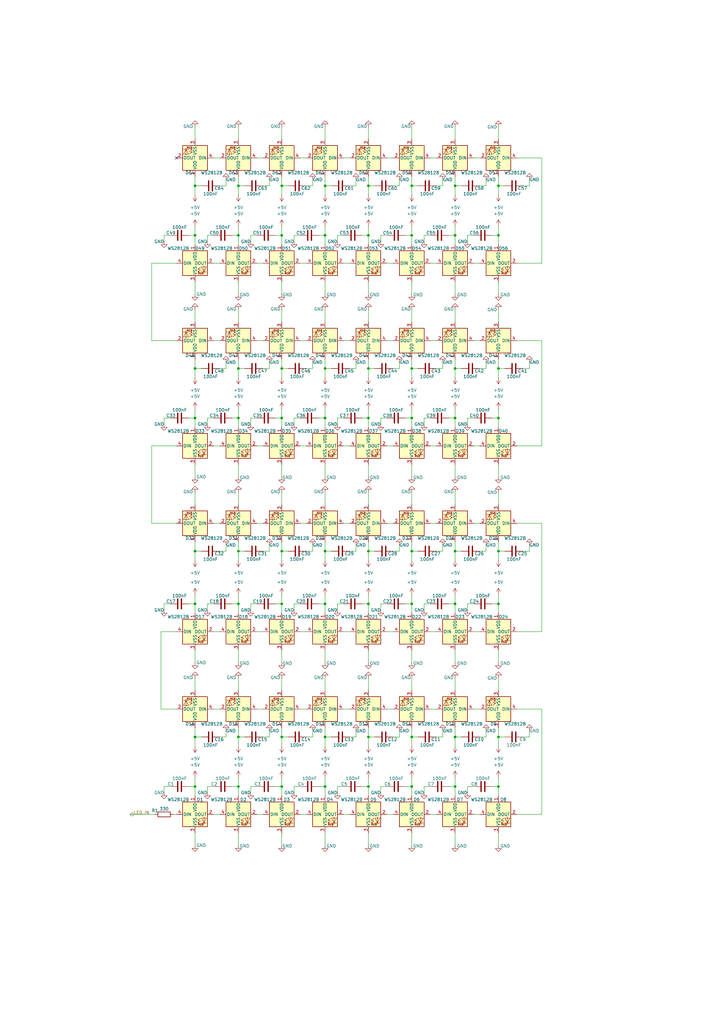
<source format=kicad_sch>
(kicad_sch (version 20250114) (generator "eeschema") (generator_version "9.0")
  (paper "A3" portrait)
  (title_block (title "Matryca 8x8 Led argb") (date "2025-11-12") (rev "1") (company "AGH") (comment 1 "Autor: Krystian Bajerski") (comment 2 "Promotor: dr inż. Agnieszka Dąbrowska-Boruch"))
  (junction (at 133.35 151.13))
  (junction (at 168.91 302.26))
  (junction (at 168.91 247.65))
  (junction (at 186.69 302.26))
  (junction (at 97.79 247.65))
  (junction (at 186.69 171.45))
  (junction (at 97.79 226.06))
  (junction (at 97.79 96.52))
  (junction (at 204.47 247.65))
  (junction (at 204.47 322.58))
  (junction (at 115.57 226.06))
  (junction (at 168.91 96.52))
  (junction (at 97.79 151.13))
  (junction (at 133.35 226.06))
  (junction (at 151.13 76.2))
  (junction (at 168.91 151.13))
  (junction (at 80.01 76.2))
  (junction (at 168.91 171.45))
  (junction (at 133.35 96.52))
  (junction (at 133.35 247.65))
  (junction (at 80.01 302.26))
  (junction (at 186.69 76.2))
  (junction (at 80.01 322.58))
  (junction (at 80.01 96.52))
  (junction (at 115.57 76.2))
  (junction (at 97.79 322.58))
  (junction (at 204.47 302.26))
  (junction (at 115.57 171.45))
  (junction (at 80.01 226.06))
  (junction (at 151.13 171.45))
  (junction (at 151.13 96.52))
  (junction (at 186.69 151.13))
  (junction (at 133.35 171.45))
  (junction (at 204.47 226.06))
  (junction (at 168.91 226.06))
  (junction (at 186.69 322.58))
  (junction (at 151.13 322.58))
  (junction (at 133.35 302.26))
  (junction (at 97.79 76.2))
  (junction (at 133.35 322.58))
  (junction (at 80.01 171.45))
  (junction (at 115.57 96.52))
  (junction (at 168.91 322.58))
  (junction (at 151.13 226.06))
  (junction (at 186.69 247.65))
  (junction (at 204.47 151.13))
  (junction (at 204.47 171.45))
  (junction (at 97.79 302.26))
  (junction (at 80.01 247.65))
  (junction (at 97.79 171.45))
  (junction (at 186.69 226.06))
  (junction (at 151.13 151.13))
  (junction (at 204.47 76.2))
  (junction (at 115.57 302.26))
  (junction (at 204.47 96.52))
  (junction (at 133.35 76.2))
  (junction (at 151.13 302.26))
  (junction (at 151.13 247.65))
  (junction (at 168.91 76.2))
  (junction (at 115.57 322.58))
  (junction (at 186.69 96.52))
  (junction (at 115.57 247.65))
  (junction (at 80.01 151.13))
  (junction (at 115.57 151.13))
  (no_connect (at 72.39 64.77))
  (wire (pts (xy 118.11 302.26) (xy 115.57 302.26)))
  (wire (pts (xy 120.65 325.12) (xy 120.65 322.58)))
  (wire (pts (xy 130.81 322.58) (xy 133.35 322.58)))
  (wire (pts (xy 80.01 76.2) (xy 80.01 72.39)))
  (wire (pts (xy 158.75 259.08) (xy 161.29 259.08)))
  (wire (pts (xy 92.71 73.66) (xy 92.71 76.2)))
  (wire (pts (xy 125.73 290.83) (xy 123.19 290.83)))
  (wire (pts (xy 123.19 259.08) (xy 125.73 259.08)))
  (wire (pts (xy 151.13 151.13) (xy 151.13 147.32)))
  (wire (pts (xy 186.69 96.52) (xy 186.69 100.33)))
  (wire (pts (xy 133.35 266.7) (xy 133.35 271.78)))
  (wire (pts (xy 146.05 302.26) (xy 143.51 302.26)))
  (wire (pts (xy 80.01 243.84) (xy 80.01 247.65)))
  (wire (pts (xy 102.87 322.58) (xy 105.41 322.58)))
  (wire (pts (xy 204.47 154.94) (xy 204.47 151.13)))
  (wire (pts (xy 128.27 148.59) (xy 128.27 151.13)))
  (wire (pts (xy 204.47 226.06) (xy 204.47 222.25)))
  (wire (pts (xy 120.65 322.58) (xy 123.19 322.58)))
  (wire (pts (xy 82.55 151.13) (xy 80.01 151.13)))
  (wire (pts (xy 168.91 283.21) (xy 168.91 278.13)))
  (wire (pts (xy 191.77 322.58) (xy 194.31 322.58)))
  (wire (pts (xy 105.41 259.08) (xy 107.95 259.08)))
  (wire (pts (xy 168.91 151.13) (xy 168.91 147.32)))
  (wire (pts (xy 166.37 96.52) (xy 168.91 96.52)))
  (wire (pts (xy 80.01 226.06) (xy 80.01 222.25)))
  (wire (pts (xy 67.31 173.99) (xy 67.31 171.45)))
  (wire (pts (xy 80.01 247.65) (xy 80.01 251.46)))
  (wire (pts (xy 80.01 318.77) (xy 80.01 322.58)))
  (wire (pts (xy 102.87 99.06) (xy 102.87 96.52)))
  (wire (pts (xy 92.71 148.59) (xy 92.71 151.13)))
  (wire (pts (xy 222.25 259.08) (xy 222.25 214.63)))
  (wire (pts (xy 189.23 226.06) (xy 186.69 226.06)))
  (wire (pts (xy 171.45 76.2) (xy 168.91 76.2)))
  (wire (pts (xy 161.29 64.77) (xy 158.75 64.77)))
  (wire (pts (xy 222.25 64.77) (xy 212.09 64.77)))
  (wire (pts (xy 143.51 290.83) (xy 140.97 290.83)))
  (wire (pts (xy 80.01 151.13) (xy 80.01 147.32)))
  (wire (pts (xy 156.21 96.52) (xy 158.75 96.52)))
  (wire (pts (xy 204.47 243.84) (xy 204.47 247.65)))
  (wire (pts (xy 156.21 250.19) (xy 156.21 247.65)))
  (wire (pts (xy 67.31 96.52) (xy 69.85 96.52)))
  (wire (pts (xy 186.69 341.63) (xy 186.69 346.71)))
  (wire (pts (xy 153.67 226.06) (xy 151.13 226.06)))
  (wire (pts (xy 146.05 226.06) (xy 143.51 226.06)))
  (wire (pts (xy 217.17 76.2) (xy 214.63 76.2)))
  (wire (pts (xy 204.47 318.77) (xy 204.47 322.58)))
  (wire (pts (xy 194.31 259.08) (xy 196.85 259.08)))
  (wire (pts (xy 80.01 283.21) (xy 80.01 278.13)))
  (wire (pts (xy 173.99 173.99) (xy 173.99 171.45)))
  (wire (pts (xy 199.39 226.06) (xy 196.85 226.06)))
  (wire (pts (xy 123.19 182.88) (xy 125.73 182.88)))
  (wire (pts (xy 133.35 318.77) (xy 133.35 322.58)))
  (wire (pts (xy 102.87 96.52) (xy 105.41 96.52)))
  (wire (pts (xy 199.39 302.26) (xy 196.85 302.26)))
  (wire (pts (xy 204.47 341.63) (xy 204.47 346.71)))
  (wire (pts (xy 179.07 139.7) (xy 176.53 139.7)))
  (wire (pts (xy 207.01 226.06) (xy 204.47 226.06)))
  (wire (pts (xy 133.35 190.5) (xy 133.35 195.58)))
  (wire (pts (xy 186.69 154.94) (xy 186.69 151.13)))
  (wire (pts (xy 80.01 266.7) (xy 80.01 271.78)))
  (wire (pts (xy 115.57 229.87) (xy 115.57 226.06)))
  (wire (pts (xy 186.69 57.15) (xy 186.69 52.07)))
  (wire (pts (xy 146.05 151.13) (xy 143.51 151.13)))
  (wire (pts (xy 85.09 325.12) (xy 85.09 322.58)))
  (wire (pts (xy 204.47 57.15) (xy 204.47 52.07)))
  (wire (pts (xy 181.61 151.13) (xy 179.07 151.13)))
  (wire (pts (xy 97.79 76.2) (xy 97.79 72.39)))
  (wire (pts (xy 138.43 96.52) (xy 140.97 96.52)))
  (wire (pts (xy 204.47 247.65) (xy 204.47 251.46)))
  (wire (pts (xy 168.91 226.06) (xy 168.91 222.25)))
  (wire (pts (xy 168.91 190.5) (xy 168.91 195.58)))
  (wire (pts (xy 173.99 325.12) (xy 173.99 322.58)))
  (wire (pts (xy 191.77 247.65) (xy 194.31 247.65)))
  (wire (pts (xy 168.91 57.15) (xy 168.91 52.07)))
  (wire (pts (xy 110.49 226.06) (xy 107.95 226.06)))
  (wire (pts (xy 146.05 76.2) (xy 143.51 76.2)))
  (wire (pts (xy 102.87 173.99) (xy 102.87 171.45)))
  (wire (pts (xy 151.13 190.5) (xy 151.13 195.58)))
  (wire (pts (xy 80.01 96.52) (xy 80.01 100.33)))
  (wire (pts (xy 107.95 139.7) (xy 105.41 139.7)))
  (wire (pts (xy 151.13 154.94) (xy 151.13 151.13)))
  (wire (pts (xy 191.77 171.45) (xy 194.31 171.45)))
  (wire (pts (xy 156.21 325.12) (xy 156.21 322.58)))
  (wire (pts (xy 95.25 96.52) (xy 97.79 96.52)))
  (wire (pts (xy 82.55 226.06) (xy 80.01 226.06)))
  (wire (pts (xy 66.04 290.83) (xy 66.04 259.08)))
  (wire (pts (xy 97.79 341.63) (xy 97.79 346.71)))
  (wire (pts (xy 115.57 306.07) (xy 115.57 302.26)))
  (wire (pts (xy 217.17 226.06) (xy 214.63 226.06)))
  (wire (pts (xy 151.13 207.01) (xy 151.13 201.93)))
  (wire (pts (xy 80.01 229.87) (xy 80.01 226.06)))
  (wire (pts (xy 204.47 266.7) (xy 204.47 271.78)))
  (wire (pts (xy 133.35 306.07) (xy 133.35 302.26)))
  (wire (pts (xy 204.47 322.58) (xy 204.47 326.39)))
  (wire (pts (xy 138.43 171.45) (xy 140.97 171.45)))
  (wire (pts (xy 118.11 226.06) (xy 115.57 226.06)))
  (wire (pts (xy 105.41 334.01) (xy 107.95 334.01)))
  (wire (pts (xy 161.29 290.83) (xy 158.75 290.83)))
  (wire (pts (xy 146.05 223.52) (xy 146.05 226.06)))
  (wire (pts (xy 148.59 247.65) (xy 151.13 247.65)))
  (wire (pts (xy 115.57 167.64) (xy 115.57 171.45)))
  (wire (pts (xy 115.57 190.5) (xy 115.57 195.58)))
  (wire (pts (xy 151.13 247.65) (xy 151.13 251.46)))
  (wire (pts (xy 97.79 302.26) (xy 97.79 298.45)))
  (wire (pts (xy 204.47 76.2) (xy 204.47 72.39)))
  (wire (pts (xy 212.09 182.88) (xy 222.25 182.88)))
  (wire (pts (xy 196.85 139.7) (xy 194.31 139.7)))
  (wire (pts (xy 67.31 250.19) (xy 67.31 247.65)))
  (wire (pts (xy 128.27 151.13) (xy 125.73 151.13)))
  (wire (pts (xy 186.69 151.13) (xy 186.69 147.32)))
  (wire (pts (xy 97.79 266.7) (xy 97.79 271.78)))
  (wire (pts (xy 204.47 132.08) (xy 204.47 127)))
  (wire (pts (xy 151.13 322.58) (xy 151.13 326.39)))
  (wire (pts (xy 77.47 96.52) (xy 80.01 96.52)))
  (wire (pts (xy 204.47 229.87) (xy 204.47 226.06)))
  (wire (pts (xy 97.79 57.15) (xy 97.79 52.07)))
  (wire (pts (xy 105.41 182.88) (xy 107.95 182.88)))
  (wire (pts (xy 67.31 171.45) (xy 69.85 171.45)))
  (wire (pts (xy 92.71 223.52) (xy 92.71 226.06)))
  (wire (pts (xy 102.87 247.65) (xy 105.41 247.65)))
  (wire (pts (xy 138.43 322.58) (xy 140.97 322.58)))
  (wire (pts (xy 87.63 182.88) (xy 90.17 182.88)))
  (wire (pts (xy 168.91 247.65) (xy 168.91 251.46)))
  (wire (pts (xy 62.23 139.7) (xy 62.23 107.95)))
  (wire (pts (xy 151.13 76.2) (xy 151.13 72.39)))
  (wire (pts (xy 125.73 64.77) (xy 123.19 64.77)))
  (wire (pts (xy 102.87 171.45) (xy 105.41 171.45)))
  (wire (pts (xy 166.37 171.45) (xy 168.91 171.45)))
  (wire (pts (xy 53.34 334.01) (xy 63.5 334.01)))
  (wire (pts (xy 135.89 151.13) (xy 133.35 151.13)))
  (wire (pts (xy 97.79 92.71) (xy 97.79 96.52)))
  (wire (pts (xy 151.13 115.57) (xy 151.13 120.65)))
  (wire (pts (xy 181.61 226.06) (xy 179.07 226.06)))
  (wire (pts (xy 115.57 226.06) (xy 115.57 222.25)))
  (wire (pts (xy 85.09 247.65) (xy 87.63 247.65)))
  (wire (pts (xy 168.91 76.2) (xy 168.91 72.39)))
  (wire (pts (xy 90.17 64.77) (xy 87.63 64.77)))
  (wire (pts (xy 186.69 167.64) (xy 186.69 171.45)))
  (wire (pts (xy 97.79 226.06) (xy 97.79 222.25)))
  (wire (pts (xy 179.07 290.83) (xy 176.53 290.83)))
  (wire (pts (xy 115.57 207.01) (xy 115.57 201.93)))
  (wire (pts (xy 97.79 207.01) (xy 97.79 201.93)))
  (wire (pts (xy 204.47 306.07) (xy 204.47 302.26)))
  (wire (pts (xy 115.57 115.57) (xy 115.57 120.65)))
  (wire (pts (xy 140.97 334.01) (xy 143.51 334.01)))
  (wire (pts (xy 110.49 299.72) (xy 110.49 302.26)))
  (wire (pts (xy 77.47 247.65) (xy 80.01 247.65)))
  (wire (pts (xy 173.99 247.65) (xy 176.53 247.65)))
  (wire (pts (xy 77.47 171.45) (xy 80.01 171.45)))
  (wire (pts (xy 110.49 76.2) (xy 107.95 76.2)))
  (wire (pts (xy 148.59 171.45) (xy 151.13 171.45)))
  (wire (pts (xy 186.69 322.58) (xy 186.69 326.39)))
  (wire (pts (xy 102.87 325.12) (xy 102.87 322.58)))
  (wire (pts (xy 163.83 73.66) (xy 163.83 76.2)))
  (wire (pts (xy 168.91 318.77) (xy 168.91 322.58)))
  (wire (pts (xy 80.01 80.01) (xy 80.01 76.2)))
  (wire (pts (xy 204.47 92.71) (xy 204.47 96.52)))
  (wire (pts (xy 181.61 148.59) (xy 181.61 151.13)))
  (wire (pts (xy 80.01 154.94) (xy 80.01 151.13)))
  (wire (pts (xy 153.67 76.2) (xy 151.13 76.2)))
  (wire (pts (xy 158.75 182.88) (xy 161.29 182.88)))
  (wire (pts (xy 181.61 223.52) (xy 181.61 226.06)))
  (wire (pts (xy 196.85 64.77) (xy 194.31 64.77)))
  (wire (pts (xy 204.47 283.21) (xy 204.47 278.13)))
  (wire (pts (xy 138.43 173.99) (xy 138.43 171.45)))
  (wire (pts (xy 102.87 250.19) (xy 102.87 247.65)))
  (wire (pts (xy 113.03 96.52) (xy 115.57 96.52)))
  (wire (pts (xy 168.91 306.07) (xy 168.91 302.26)))
  (wire (pts (xy 186.69 190.5) (xy 186.69 195.58)))
  (wire (pts (xy 115.57 57.15) (xy 115.57 52.07)))
  (wire (pts (xy 92.71 151.13) (xy 90.17 151.13)))
  (wire (pts (xy 168.91 322.58) (xy 168.91 326.39)))
  (wire (pts (xy 71.12 334.01) (xy 72.39 334.01)))
  (wire (pts (xy 173.99 171.45) (xy 176.53 171.45)))
  (wire (pts (xy 163.83 76.2) (xy 161.29 76.2)))
  (wire (pts (xy 168.91 96.52) (xy 168.91 100.33)))
  (wire (pts (xy 115.57 154.94) (xy 115.57 151.13)))
  (wire (pts (xy 222.25 182.88) (xy 222.25 139.7)))
  (wire (pts (xy 97.79 318.77) (xy 97.79 322.58)))
  (wire (pts (xy 163.83 299.72) (xy 163.83 302.26)))
  (wire (pts (xy 186.69 302.26) (xy 186.69 298.45)))
  (wire (pts (xy 72.39 139.7) (xy 62.23 139.7)))
  (wire (pts (xy 100.33 151.13) (xy 97.79 151.13)))
  (wire (pts (xy 201.93 96.52) (xy 204.47 96.52)))
  (wire (pts (xy 151.13 226.06) (xy 151.13 222.25)))
  (wire (pts (xy 199.39 73.66) (xy 199.39 76.2)))
  (wire (pts (xy 173.99 96.52) (xy 176.53 96.52)))
  (wire (pts (xy 107.95 214.63) (xy 105.41 214.63)))
  (wire (pts (xy 168.91 171.45) (xy 168.91 175.26)))
  (wire (pts (xy 62.23 182.88) (xy 72.39 182.88)))
  (wire (pts (xy 66.04 259.08) (xy 72.39 259.08)))
  (wire (pts (xy 128.27 223.52) (xy 128.27 226.06)))
  (wire (pts (xy 100.33 302.26) (xy 97.79 302.26)))
  (wire (pts (xy 138.43 325.12) (xy 138.43 322.58)))
  (wire (pts (xy 161.29 214.63) (xy 158.75 214.63)))
  (wire (pts (xy 201.93 171.45) (xy 204.47 171.45)))
  (wire (pts (xy 115.57 266.7) (xy 115.57 271.78)))
  (wire (pts (xy 186.69 266.7) (xy 186.69 271.78)))
  (wire (pts (xy 97.79 306.07) (xy 97.79 302.26)))
  (wire (pts (xy 67.31 99.06) (xy 67.31 96.52)))
  (wire (pts (xy 176.53 107.95) (xy 179.07 107.95)))
  (wire (pts (xy 97.79 322.58) (xy 97.79 326.39)))
  (wire (pts (xy 151.13 80.01) (xy 151.13 76.2)))
  (wire (pts (xy 110.49 148.59) (xy 110.49 151.13)))
  (wire (pts (xy 166.37 322.58) (xy 168.91 322.58)))
  (wire (pts (xy 168.91 80.01) (xy 168.91 76.2)))
  (wire (pts (xy 133.35 207.01) (xy 133.35 201.93)))
  (wire (pts (xy 186.69 171.45) (xy 186.69 175.26)))
  (wire (pts (xy 168.91 154.94) (xy 168.91 151.13)))
  (wire (pts (xy 67.31 325.12) (xy 67.31 322.58)))
  (wire (pts (xy 181.61 299.72) (xy 181.61 302.26)))
  (wire (pts (xy 97.79 171.45) (xy 97.79 175.26)))
  (wire (pts (xy 212.09 334.01) (xy 222.25 334.01)))
  (wire (pts (xy 186.69 226.06) (xy 186.69 222.25)))
  (wire (pts (xy 80.01 207.01) (xy 80.01 201.93)))
  (wire (pts (xy 120.65 173.99) (xy 120.65 171.45)))
  (wire (pts (xy 166.37 247.65) (xy 168.91 247.65)))
  (wire (pts (xy 123.19 334.01) (xy 125.73 334.01)))
  (wire (pts (xy 217.17 302.26) (xy 214.63 302.26)))
  (wire (pts (xy 153.67 151.13) (xy 151.13 151.13)))
  (wire (pts (xy 107.95 290.83) (xy 105.41 290.83)))
  (wire (pts (xy 143.51 139.7) (xy 140.97 139.7)))
  (wire (pts (xy 87.63 334.01) (xy 90.17 334.01)))
  (wire (pts (xy 115.57 322.58) (xy 115.57 326.39)))
  (wire (pts (xy 120.65 250.19) (xy 120.65 247.65)))
  (wire (pts (xy 181.61 73.66) (xy 181.61 76.2)))
  (wire (pts (xy 115.57 92.71) (xy 115.57 96.52)))
  (wire (pts (xy 120.65 96.52) (xy 123.19 96.52)))
  (wire (pts (xy 173.99 322.58) (xy 176.53 322.58)))
  (wire (pts (xy 113.03 247.65) (xy 115.57 247.65)))
  (wire (pts (xy 163.83 226.06) (xy 161.29 226.06)))
  (wire (pts (xy 184.15 247.65) (xy 186.69 247.65)))
  (wire (pts (xy 87.63 259.08) (xy 90.17 259.08)))
  (wire (pts (xy 120.65 99.06) (xy 120.65 96.52)))
  (wire (pts (xy 80.01 302.26) (xy 80.01 298.45)))
  (wire (pts (xy 222.25 214.63) (xy 212.09 214.63)))
  (wire (pts (xy 130.81 171.45) (xy 133.35 171.45)))
  (wire (pts (xy 133.35 57.15) (xy 133.35 52.07)))
  (wire (pts (xy 199.39 151.13) (xy 196.85 151.13)))
  (wire (pts (xy 186.69 207.01) (xy 186.69 201.93)))
  (wire (pts (xy 123.19 107.95) (xy 125.73 107.95)))
  (wire (pts (xy 97.79 132.08) (xy 97.79 127)))
  (wire (pts (xy 156.21 322.58) (xy 158.75 322.58)))
  (wire (pts (xy 140.97 259.08) (xy 143.51 259.08)))
  (wire (pts (xy 184.15 322.58) (xy 186.69 322.58)))
  (wire (pts (xy 92.71 226.06) (xy 90.17 226.06)))
  (wire (pts (xy 133.35 80.01) (xy 133.35 76.2)))
  (wire (pts (xy 171.45 151.13) (xy 168.91 151.13)))
  (wire (pts (xy 80.01 115.57) (xy 80.01 120.65)))
  (wire (pts (xy 120.65 171.45) (xy 123.19 171.45)))
  (wire (pts (xy 217.17 73.66) (xy 217.17 76.2)))
  (wire (pts (xy 189.23 76.2) (xy 186.69 76.2)))
  (wire (pts (xy 186.69 80.01) (xy 186.69 76.2)))
  (wire (pts (xy 110.49 151.13) (xy 107.95 151.13)))
  (wire (pts (xy 168.91 266.7) (xy 168.91 271.78)))
  (wire (pts (xy 133.35 92.71) (xy 133.35 96.52)))
  (wire (pts (xy 168.91 341.63) (xy 168.91 346.71)))
  (wire (pts (xy 140.97 182.88) (xy 143.51 182.88)))
  (wire (pts (xy 156.21 171.45) (xy 158.75 171.45)))
  (wire (pts (xy 151.13 266.7) (xy 151.13 271.78)))
  (wire (pts (xy 133.35 167.64) (xy 133.35 171.45)))
  (wire (pts (xy 133.35 115.57) (xy 133.35 120.65)))
  (wire (pts (xy 186.69 92.71) (xy 186.69 96.52)))
  (wire (pts (xy 199.39 299.72) (xy 199.39 302.26)))
  (wire (pts (xy 151.13 229.87) (xy 151.13 226.06)))
  (wire (pts (xy 156.21 173.99) (xy 156.21 171.45)))
  (wire (pts (xy 118.11 151.13) (xy 115.57 151.13)))
  (wire (pts (xy 72.39 290.83) (xy 66.04 290.83)))
  (wire (pts (xy 186.69 283.21) (xy 186.69 278.13)))
  (wire (pts (xy 186.69 115.57) (xy 186.69 120.65)))
  (wire (pts (xy 151.13 167.64) (xy 151.13 171.45)))
  (wire (pts (xy 95.25 247.65) (xy 97.79 247.65)))
  (wire (pts (xy 128.27 226.06) (xy 125.73 226.06)))
  (wire (pts (xy 156.21 247.65) (xy 158.75 247.65)))
  (wire (pts (xy 201.93 247.65) (xy 204.47 247.65)))
  (wire (pts (xy 97.79 190.5) (xy 97.79 195.58)))
  (wire (pts (xy 133.35 76.2) (xy 133.35 72.39)))
  (wire (pts (xy 80.01 92.71) (xy 80.01 96.52)))
  (wire (pts (xy 135.89 226.06) (xy 133.35 226.06)))
  (wire (pts (xy 97.79 247.65) (xy 97.79 251.46)))
  (wire (pts (xy 115.57 283.21) (xy 115.57 278.13)))
  (wire (pts (xy 138.43 247.65) (xy 140.97 247.65)))
  (wire (pts (xy 143.51 64.77) (xy 140.97 64.77)))
  (wire (pts (xy 146.05 299.72) (xy 146.05 302.26)))
  (wire (pts (xy 133.35 247.65) (xy 133.35 251.46)))
  (wire (pts (xy 186.69 76.2) (xy 186.69 72.39)))
  (wire (pts (xy 72.39 214.63) (xy 62.23 214.63)))
  (wire (pts (xy 204.47 80.01) (xy 204.47 76.2)))
  (wire (pts (xy 97.79 96.52) (xy 97.79 100.33)))
  (wire (pts (xy 156.21 99.06) (xy 156.21 96.52)))
  (wire (pts (xy 181.61 302.26) (xy 179.07 302.26)))
  (wire (pts (xy 148.59 322.58) (xy 151.13 322.58)))
  (wire (pts (xy 113.03 171.45) (xy 115.57 171.45)))
  (wire (pts (xy 97.79 243.84) (xy 97.79 247.65)))
  (wire (pts (xy 77.47 322.58) (xy 80.01 322.58)))
  (wire (pts (xy 110.49 302.26) (xy 107.95 302.26)))
  (wire (pts (xy 179.07 64.77) (xy 176.53 64.77)))
  (wire (pts (xy 90.17 139.7) (xy 87.63 139.7)))
  (wire (pts (xy 133.35 341.63) (xy 133.35 346.71)))
  (wire (pts (xy 168.91 132.08) (xy 168.91 127)))
  (wire (pts (xy 151.13 243.84) (xy 151.13 247.65)))
  (wire (pts (xy 115.57 243.84) (xy 115.57 247.65)))
  (wire (pts (xy 92.71 302.26) (xy 90.17 302.26)))
  (wire (pts (xy 128.27 76.2) (xy 125.73 76.2)))
  (wire (pts (xy 176.53 259.08) (xy 179.07 259.08)))
  (wire (pts (xy 207.01 76.2) (xy 204.47 76.2)))
  (wire (pts (xy 135.89 302.26) (xy 133.35 302.26)))
  (wire (pts (xy 186.69 229.87) (xy 186.69 226.06)))
  (wire (pts (xy 186.69 306.07) (xy 186.69 302.26)))
  (wire (pts (xy 115.57 151.13) (xy 115.57 147.32)))
  (wire (pts (xy 184.15 171.45) (xy 186.69 171.45)))
  (wire (pts (xy 151.13 132.08) (xy 151.13 127)))
  (wire (pts (xy 184.15 96.52) (xy 186.69 96.52)))
  (wire (pts (xy 130.81 247.65) (xy 133.35 247.65)))
  (wire (pts (xy 151.13 318.77) (xy 151.13 322.58)))
  (wire (pts (xy 158.75 107.95) (xy 161.29 107.95)))
  (wire (pts (xy 204.47 171.45) (xy 204.47 175.26)))
  (wire (pts (xy 140.97 107.95) (xy 143.51 107.95)))
  (wire (pts (xy 204.47 96.52) (xy 204.47 100.33)))
  (wire (pts (xy 113.03 322.58) (xy 115.57 322.58)))
  (wire (pts (xy 189.23 151.13) (xy 186.69 151.13)))
  (wire (pts (xy 97.79 283.21) (xy 97.79 278.13)))
  (wire (pts (xy 204.47 302.26) (xy 204.47 298.45)))
  (wire (pts (xy 110.49 73.66) (xy 110.49 76.2)))
  (wire (pts (xy 176.53 182.88) (xy 179.07 182.88)))
  (wire (pts (xy 222.25 290.83) (xy 212.09 290.83)))
  (wire (pts (xy 115.57 341.63) (xy 115.57 346.71)))
  (wire (pts (xy 148.59 96.52) (xy 151.13 96.52)))
  (wire (pts (xy 80.01 322.58) (xy 80.01 326.39)))
  (wire (pts (xy 163.83 302.26) (xy 161.29 302.26)))
  (wire (pts (xy 204.47 151.13) (xy 204.47 147.32)))
  (wire (pts (xy 191.77 250.19) (xy 191.77 247.65)))
  (wire (pts (xy 151.13 341.63) (xy 151.13 346.71)))
  (wire (pts (xy 85.09 173.99) (xy 85.09 171.45)))
  (wire (pts (xy 85.09 171.45) (xy 87.63 171.45)))
  (wire (pts (xy 204.47 190.5) (xy 204.47 195.58)))
  (wire (pts (xy 97.79 229.87) (xy 97.79 226.06)))
  (wire (pts (xy 217.17 299.72) (xy 217.17 302.26)))
  (wire (pts (xy 80.01 341.63) (xy 80.01 346.71)))
  (wire (pts (xy 80.01 171.45) (xy 80.01 175.26)))
  (wire (pts (xy 92.71 299.72) (xy 92.71 302.26)))
  (wire (pts (xy 194.31 182.88) (xy 196.85 182.88)))
  (wire (pts (xy 168.91 167.64) (xy 168.91 171.45)))
  (wire (pts (xy 161.29 139.7) (xy 158.75 139.7)))
  (wire (pts (xy 194.31 107.95) (xy 196.85 107.95)))
  (wire (pts (xy 133.35 322.58) (xy 133.35 326.39)))
  (wire (pts (xy 151.13 171.45) (xy 151.13 175.26)))
  (wire (pts (xy 133.35 226.06) (xy 133.35 222.25)))
  (wire (pts (xy 146.05 148.59) (xy 146.05 151.13)))
  (wire (pts (xy 168.91 115.57) (xy 168.91 120.65)))
  (wire (pts (xy 191.77 173.99) (xy 191.77 171.45)))
  (wire (pts (xy 191.77 96.52) (xy 194.31 96.52)))
  (wire (pts (xy 97.79 151.13) (xy 97.79 147.32)))
  (wire (pts (xy 115.57 132.08) (xy 115.57 127)))
  (wire (pts (xy 176.53 334.01) (xy 179.07 334.01)))
  (wire (pts (xy 80.01 57.15) (xy 80.01 52.07)))
  (wire (pts (xy 85.09 99.06) (xy 85.09 96.52)))
  (wire (pts (xy 194.31 334.01) (xy 196.85 334.01)))
  (wire (pts (xy 222.25 139.7) (xy 212.09 139.7)))
  (wire (pts (xy 151.13 57.15) (xy 151.13 52.07)))
  (wire (pts (xy 173.99 250.19) (xy 173.99 247.65)))
  (wire (pts (xy 105.41 107.95) (xy 107.95 107.95)))
  (wire (pts (xy 115.57 80.01) (xy 115.57 76.2)))
  (wire (pts (xy 133.35 229.87) (xy 133.35 226.06)))
  (wire (pts (xy 85.09 250.19) (xy 85.09 247.65)))
  (wire (pts (xy 82.55 76.2) (xy 80.01 76.2)))
  (wire (pts (xy 196.85 214.63) (xy 194.31 214.63)))
  (wire (pts (xy 80.01 190.5) (xy 80.01 195.58)))
  (wire (pts (xy 87.63 107.95) (xy 90.17 107.95)))
  (wire (pts (xy 207.01 302.26) (xy 204.47 302.26)))
  (wire (pts (xy 163.83 148.59) (xy 163.83 151.13)))
  (wire (pts (xy 217.17 148.59) (xy 217.17 151.13)))
  (wire (pts (xy 80.01 306.07) (xy 80.01 302.26)))
  (wire (pts (xy 171.45 226.06) (xy 168.91 226.06)))
  (wire (pts (xy 133.35 283.21) (xy 133.35 278.13)))
  (wire (pts (xy 212.09 107.95) (xy 222.25 107.95)))
  (wire (pts (xy 151.13 306.07) (xy 151.13 302.26)))
  (wire (pts (xy 133.35 171.45) (xy 133.35 175.26)))
  (wire (pts (xy 107.95 64.77) (xy 105.41 64.77)))
  (wire (pts (xy 222.25 107.95) (xy 222.25 64.77)))
  (wire (pts (xy 153.67 302.26) (xy 151.13 302.26)))
  (wire (pts (xy 133.35 154.94) (xy 133.35 151.13)))
  (wire (pts (xy 189.23 302.26) (xy 186.69 302.26)))
  (wire (pts (xy 118.11 76.2) (xy 115.57 76.2)))
  (wire (pts (xy 168.91 243.84) (xy 168.91 247.65)))
  (wire (pts (xy 133.35 96.52) (xy 133.35 100.33)))
  (wire (pts (xy 97.79 167.64) (xy 97.79 171.45)))
  (wire (pts (xy 163.83 223.52) (xy 163.83 226.06)))
  (wire (pts (xy 133.35 132.08) (xy 133.35 127)))
  (wire (pts (xy 85.09 322.58) (xy 87.63 322.58)))
  (wire (pts (xy 168.91 207.01) (xy 168.91 201.93)))
  (wire (pts (xy 151.13 92.71) (xy 151.13 96.52)))
  (wire (pts (xy 138.43 250.19) (xy 138.43 247.65)))
  (wire (pts (xy 82.55 302.26) (xy 80.01 302.26)))
  (wire (pts (xy 191.77 325.12) (xy 191.77 322.58)))
  (wire (pts (xy 90.17 290.83) (xy 87.63 290.83)))
  (wire (pts (xy 186.69 132.08) (xy 186.69 127)))
  (wire (pts (xy 115.57 302.26) (xy 115.57 298.45)))
  (wire (pts (xy 204.47 207.01) (xy 204.47 201.93)))
  (wire (pts (xy 133.35 151.13) (xy 133.35 147.32)))
  (wire (pts (xy 179.07 214.63) (xy 176.53 214.63)))
  (wire (pts (xy 168.91 229.87) (xy 168.91 226.06)))
  (wire (pts (xy 143.51 214.63) (xy 140.97 214.63)))
  (wire (pts (xy 128.27 299.72) (xy 128.27 302.26)))
  (wire (pts (xy 135.89 76.2) (xy 133.35 76.2)))
  (wire (pts (xy 217.17 151.13) (xy 214.63 151.13)))
  (wire (pts (xy 204.47 167.64) (xy 204.47 171.45)))
  (wire (pts (xy 97.79 80.01) (xy 97.79 76.2)))
  (wire (pts (xy 212.09 259.08) (xy 222.25 259.08)))
  (wire (pts (xy 207.01 151.13) (xy 204.47 151.13)))
  (wire (pts (xy 199.39 76.2) (xy 196.85 76.2)))
  (wire (pts (xy 67.31 247.65) (xy 69.85 247.65)))
  (wire (pts (xy 130.81 96.52) (xy 133.35 96.52)))
  (wire (pts (xy 186.69 243.84) (xy 186.69 247.65)))
  (wire (pts (xy 125.73 139.7) (xy 123.19 139.7)))
  (wire (pts (xy 133.35 302.26) (xy 133.35 298.45)))
  (wire (pts (xy 138.43 99.06) (xy 138.43 96.52)))
  (wire (pts (xy 110.49 223.52) (xy 110.49 226.06)))
  (wire (pts (xy 191.77 99.06) (xy 191.77 96.52)))
  (wire (pts (xy 168.91 302.26) (xy 168.91 298.45)))
  (wire (pts (xy 115.57 96.52) (xy 115.57 100.33)))
  (wire (pts (xy 128.27 302.26) (xy 125.73 302.26)))
  (wire (pts (xy 151.13 96.52) (xy 151.13 100.33)))
  (wire (pts (xy 62.23 214.63) (xy 62.23 182.88)))
  (wire (pts (xy 186.69 318.77) (xy 186.69 322.58)))
  (wire (pts (xy 163.83 151.13) (xy 161.29 151.13)))
  (wire (pts (xy 115.57 247.65) (xy 115.57 251.46)))
  (wire (pts (xy 151.13 302.26) (xy 151.13 298.45)))
  (wire (pts (xy 217.17 223.52) (xy 217.17 226.06)))
  (wire (pts (xy 67.31 322.58) (xy 69.85 322.58)))
  (wire (pts (xy 199.39 148.59) (xy 199.39 151.13)))
  (wire (pts (xy 100.33 76.2) (xy 97.79 76.2)))
  (wire (pts (xy 158.75 334.01) (xy 161.29 334.01)))
  (wire (pts (xy 181.61 76.2) (xy 179.07 76.2)))
  (wire (pts (xy 62.23 107.95) (xy 72.39 107.95)))
  (wire (pts (xy 201.93 322.58) (xy 204.47 322.58)))
  (wire (pts (xy 80.01 167.64) (xy 80.01 171.45)))
  (wire (pts (xy 120.65 247.65) (xy 123.19 247.65)))
  (wire (pts (xy 92.71 76.2) (xy 90.17 76.2)))
  (wire (pts (xy 151.13 283.21) (xy 151.13 278.13)))
  (wire (pts (xy 186.69 247.65) (xy 186.69 251.46)))
  (wire (pts (xy 90.17 214.63) (xy 87.63 214.63)))
  (wire (pts (xy 128.27 73.66) (xy 128.27 76.2)))
  (wire (pts (xy 97.79 115.57) (xy 97.79 120.65)))
  (wire (pts (xy 196.85 290.83) (xy 194.31 290.83)))
  (wire (pts (xy 97.79 154.94) (xy 97.79 151.13)))
  (wire (pts (xy 173.99 99.06) (xy 173.99 96.52)))
  (wire (pts (xy 222.25 334.01) (xy 222.25 290.83)))
  (wire (pts (xy 171.45 302.26) (xy 168.91 302.26)))
  (wire (pts (xy 204.47 115.57) (xy 204.47 120.65)))
  (wire (pts (xy 85.09 96.52) (xy 87.63 96.52)))
  (wire (pts (xy 199.39 223.52) (xy 199.39 226.06)))
  (wire (pts (xy 100.33 226.06) (xy 97.79 226.06)))
  (wire (pts (xy 95.25 171.45) (xy 97.79 171.45)))
  (wire (pts (xy 146.05 73.66) (xy 146.05 76.2)))
  (wire (pts (xy 80.01 132.08) (xy 80.01 127)))
  (wire (pts (xy 125.73 214.63) (xy 123.19 214.63)))
  (wire (pts (xy 95.25 322.58) (xy 97.79 322.58)))
  (wire (pts (xy 168.91 92.71) (xy 168.91 96.52)))
  (wire (pts (xy 115.57 318.77) (xy 115.57 322.58)))
  (wire (pts (xy 133.35 243.84) (xy 133.35 247.65)))
  (wire (pts (xy 115.57 171.45) (xy 115.57 175.26)))
  (wire (pts (xy 115.57 76.2) (xy 115.57 72.39)))
  (hierarchical_label "LED_IN" (shape input) (at 53.34 334.01 0))
  (symbol (lib_id "power:GND") (at 115.57 52.07 180) (unit 1)
    (property "Reference" "#PWR0186" (effects (hide yes)))
    (property "Value" "GND" (at 113.03 51.816 0))
    (property "Description" "Power symbol creates a global label with name \"GND\" , ground" (effects (hide yes)))
  )
  (symbol (lib_id "power:GND") (at 115.57 201.93 180) (unit 1)
    (property "Reference" "#PWR090" (effects (hide yes)))
    (property "Value" "GND" (at 113.03 201.676 0))
    (property "Description" "Power symbol creates a global label with name \"GND\" , ground" (effects (hide yes)))
  )
  (symbol (lib_id "power:+5V") (at 80.01 306.07 180) (unit 1)
    (property "Reference" "#PWR047" (effects (hide yes)))
    (property "Value" "+5V" (at 80.01 311.15 0))
    (property "Description" "Power symbol creates a global label with name \"+5V\"" (effects (hide yes)))
  )
  (symbol (lib_id "Device:C") (at 86.36 226.06 270) (unit 1)
    (property "Reference" "C32" (at 89.916 227.076 90))
    (property "Value" "100nF" (at 86.36 229.362 90))
    (property "Footprint" "Capacitor_SMD:C_0805_2012Metric_Pad1.18x1.45mm_HandSolder" (effects (hide yes)))
    (property "Description" "Unpolarized capacitor" (effects (hide yes)))
  )
  (symbol (lib_id "power:+5V") (at 97.79 92.71 0) (unit 1)
    (property "Reference" "#PWR0149" (effects (hide yes)))
    (property "Value" "+5V" (at 97.79 87.63 0))
    (property "Description" "Power symbol creates a global label with name \"+5V\"" (effects (hide yes)))
  )
  (symbol (lib_id "power:GND") (at 156.21 173.99 0) (unit 1)
    (property "Reference" "#PWR0112" (effects (hide yes)))
    (property "Value" "GND" (at 154.178 173.99 0))
    (property "Description" "Power symbol creates a global label with name \"GND\" , ground" (effects (hide yes)))
  )
  (symbol (lib_id "LED:WS2812B") (at 97.79 259.08 0) (unit 1)
    (property "Reference" "D18" (at 99.822 252.984 0))
    (property "Value" "WS2812B" (at 90.932 252.984 0))
    (property "Footprint" "LED_SMD:LED_WS2812B_PLCC4_5.0x5.0mm_P3.2mm" (effects (hide yes)))
    (property "Datasheet" "https://cdn-shop.adafruit.com/datasheets/WS2812B.pdf" (effects (hide yes)))
    (property "Description" "RGB LED with integrated controller" (effects (hide yes)))
  )
  (symbol (lib_id "power:GND") (at 163.83 148.59 180) (unit 1)
    (property "Reference" "#PWR0130" (effects (hide yes)))
    (property "Value" "GND" (at 165.862 148.59 0))
    (property "Description" "Power symbol creates a global label with name \"GND\" , ground" (effects (hide yes)))
  )
  (symbol (lib_id "power:+5V") (at 151.13 318.77 0) (unit 1)
    (property "Reference" "#PWR018" (effects (hide yes)))
    (property "Value" "+5V" (at 151.13 313.69 0))
    (property "Description" "Power symbol creates a global label with name \"+5V\"" (effects (hide yes)))
  )
  (symbol (lib_id "power:GND") (at 133.35 127 180) (unit 1)
    (property "Reference" "#PWR0135" (effects (hide yes)))
    (property "Value" "GND" (at 130.81 126.746 0))
    (property "Description" "Power symbol creates a global label with name \"GND\" , ground" (effects (hide yes)))
  )
  (symbol (lib_id "power:+5V") (at 80.01 318.77 0) (unit 1)
    (property "Reference" "#PWR09" (effects (hide yes)))
    (property "Value" "+5V" (at 80.01 313.69 0))
    (property "Description" "Power symbol creates a global label with name \"+5V\"" (effects (hide yes)))
  )
  (symbol (lib_id "Device:C") (at 127 96.52 90) (unit 1)
    (property "Reference" "C52" (at 123.444 95.504 90))
    (property "Value" "100nF" (at 127 93.218 90))
    (property "Footprint" "Capacitor_SMD:C_0805_2012Metric_Pad1.18x1.45mm_HandSolder" (effects (hide yes)))
    (property "Description" "Unpolarized capacitor" (effects (hide yes)))
  )
  (symbol (lib_id "power:GND") (at 92.71 223.52 180) (unit 1)
    (property "Reference" "#PWR094" (effects (hide yes)))
    (property "Value" "GND" (at 94.742 223.52 0))
    (property "Description" "Power symbol creates a global label with name \"GND\" , ground" (effects (hide yes)))
  )
  (symbol (lib_id "power:GND") (at 102.87 325.12 0) (unit 1)
    (property "Reference" "#PWR013" (effects (hide yes)))
    (property "Value" "GND" (at 100.838 325.12 0))
    (property "Description" "Power symbol creates a global label with name \"GND\" , ground" (effects (hide yes)))
  )
  (symbol (lib_id "power:GND") (at 156.21 99.06 0) (unit 1)
    (property "Reference" "#PWR0160" (effects (hide yes)))
    (property "Value" "GND" (at 154.178 99.06 0))
    (property "Description" "Power symbol creates a global label with name \"GND\" , ground" (effects (hide yes)))
  )
  (symbol (lib_id "power:GND") (at 80.01 271.78 0) (unit 1)
    (property "Reference" "#PWR051" (effects (hide yes)))
    (property "Value" "GND" (at 82.55 271.78 0))
    (property "Description" "Power symbol creates a global label with name \"GND\" , ground" (effects (hide yes)))
  )
  (symbol (lib_id "power:GND") (at 115.57 127 180) (unit 1)
    (property "Reference" "#PWR0138" (effects (hide yes)))
    (property "Value" "GND" (at 113.03 126.746 0))
    (property "Description" "Power symbol creates a global label with name \"GND\" , ground" (effects (hide yes)))
  )
  (symbol (lib_id "power:GND") (at 97.79 201.93 180) (unit 1)
    (property "Reference" "#PWR093" (effects (hide yes)))
    (property "Value" "GND" (at 94.996 201.676 0))
    (property "Description" "Power symbol creates a global label with name \"GND\" , ground" (effects (hide yes)))
  )
  (symbol (lib_id "Device:C") (at 109.22 96.52 90) (unit 1)
    (property "Reference" "C51" (at 105.664 95.504 90))
    (property "Value" "100nF" (at 109.22 93.218 90))
    (property "Footprint" "Capacitor_SMD:C_0805_2012Metric_Pad1.18x1.45mm_HandSolder" (effects (hide yes)))
    (property "Description" "Unpolarized capacitor" (effects (hide yes)))
  )
  (symbol (lib_id "power:GND") (at 173.99 325.12 0) (unit 1)
    (property "Reference" "#PWR021" (effects (hide yes)))
    (property "Value" "GND" (at 171.958 325.12 0))
    (property "Description" "Power symbol creates a global label with name \"GND\" , ground" (effects (hide yes)))
  )
  (symbol (lib_id "Device:C") (at 162.56 322.58 90) (unit 1)
    (property "Reference" "C6" (at 159.004 321.564 90))
    (property "Value" "100nF" (at 162.56 319.278 90))
    (property "Footprint" "Capacitor_SMD:C_0805_2012Metric_Pad1.18x1.45mm_HandSolder" (effects (hide yes)))
    (property "Description" "Unpolarized capacitor" (effects (hide yes)))
  )
  (symbol (lib_id "power:+5V") (at 186.69 167.64 0) (unit 1)
    (property "Reference" "#PWR0116" (effects (hide yes)))
    (property "Value" "+5V" (at 186.69 162.56 0))
    (property "Description" "Power symbol creates a global label with name \"+5V\"" (effects (hide yes)))
  )
  (symbol (lib_id "Device:C") (at 121.92 151.13 270) (unit 1)
    (property "Reference" "C46" (at 125.476 152.146 90))
    (property "Value" "100nF" (at 121.92 154.432 90))
    (property "Footprint" "Capacitor_SMD:C_0805_2012Metric_Pad1.18x1.45mm_HandSolder" (effects (hide yes)))
    (property "Description" "Unpolarized capacitor" (effects (hide yes)))
  )
  (symbol (lib_id "power:GND") (at 186.69 127 180) (unit 1)
    (property "Reference" "#PWR0126" (effects (hide yes)))
    (property "Value" "GND" (at 184.15 126.746 0))
    (property "Description" "Power symbol creates a global label with name \"GND\" , ground" (effects (hide yes)))
  )
  (symbol (lib_id "LED:WS2812B") (at 97.79 214.63 180) (unit 1)
    (property "Reference" "D31" (at 95.758 220.726 0))
    (property "Value" "WS2812B" (at 104.648 220.726 0))
    (property "Footprint" "LED_SMD:LED_WS2812B_PLCC4_5.0x5.0mm_P3.2mm" (effects (hide yes)))
    (property "Datasheet" "https://cdn-shop.adafruit.com/datasheets/WS2812B.pdf" (effects (hide yes)))
    (property "Description" "RGB LED with integrated controller" (effects (hide yes)))
  )
  (symbol (lib_id "power:GND") (at 204.47 52.07 180) (unit 1)
    (property "Reference" "#PWR0171" (effects (hide yes)))
    (property "Value" "GND" (at 201.93 52.07 0))
    (property "Description" "Power symbol creates a global label with name \"GND\" , ground" (effects (hide yes)))
  )
  (symbol (lib_id "Device:C") (at 86.36 302.26 270) (unit 1)
    (property "Reference" "C16" (at 89.916 303.276 90))
    (property "Value" "100nF" (at 86.36 305.562 90))
    (property "Footprint" "Capacitor_SMD:C_0805_2012Metric_Pad1.18x1.45mm_HandSolder" (effects (hide yes)))
    (property "Description" "Unpolarized capacitor" (effects (hide yes)))
  )
  (symbol (lib_id "power:+5V") (at 168.91 92.71 0) (unit 1)
    (property "Reference" "#PWR0161" (effects (hide yes)))
    (property "Value" "+5V" (at 168.91 87.63 0))
    (property "Description" "Power symbol creates a global label with name \"+5V\"" (effects (hide yes)))
  )
  (symbol (lib_id "power:GND") (at 191.77 325.12 0) (unit 1)
    (property "Reference" "#PWR023" (effects (hide yes)))
    (property "Value" "GND" (at 189.738 325.12 0))
    (property "Description" "Power symbol creates a global label with name \"GND\" , ground" (effects (hide yes)))
  )
  (symbol (lib_id "Device:C") (at 139.7 76.2 270) (unit 1)
    (property "Reference" "C61" (at 143.256 77.216 90))
    (property "Value" "100nF" (at 139.7 79.502 90))
    (property "Footprint" "Capacitor_SMD:C_0805_2012Metric_Pad1.18x1.45mm_HandSolder" (effects (hide yes)))
    (property "Description" "Unpolarized capacitor" (effects (hide yes)))
  )
  (symbol (lib_id "power:GND") (at 181.61 148.59 180) (unit 1)
    (property "Reference" "#PWR0127" (effects (hide yes)))
    (property "Value" "GND" (at 183.642 148.59 0))
    (property "Description" "Power symbol creates a global label with name \"GND\" , ground" (effects (hide yes)))
  )
  (symbol (lib_id "power:GND") (at 151.13 278.13 180) (unit 1)
    (property "Reference" "#PWR036" (effects (hide yes)))
    (property "Value" "GND" (at 148.59 277.876 0))
    (property "Description" "Power symbol creates a global label with name \"GND\" , ground" (effects (hide yes)))
  )
  (symbol (lib_id "power:GND") (at 204.47 120.65 0) (unit 1)
    (property "Reference" "#PWR0168" (effects (hide yes)))
    (property "Value" "GND" (at 207.264 120.904 0))
    (property "Description" "Power symbol creates a global label with name \"GND\" , ground" (effects (hide yes)))
  )
  (symbol (lib_id "power:GND") (at 168.91 201.93 180) (unit 1)
    (property "Reference" "#PWR081" (effects (hide yes)))
    (property "Value" "GND" (at 166.624 201.676 0))
    (property "Description" "Power symbol creates a global label with name \"GND\" , ground" (effects (hide yes)))
  )
  (symbol (lib_id "Device:C") (at 73.66 247.65 90) (unit 1)
    (property "Reference" "C17" (at 70.104 246.634 90))
    (property "Value" "100nF" (at 73.66 244.348 90))
    (property "Footprint" "Capacitor_SMD:C_0805_2012Metric_Pad1.18x1.45mm_HandSolder" (effects (hide yes)))
    (property "Description" "Unpolarized capacitor" (effects (hide yes)))
  )
  (symbol (lib_id "power:GND") (at 97.79 120.65 0) (unit 1)
    (property "Reference" "#PWR0150" (effects (hide yes)))
    (property "Value" "GND" (at 100.33 120.904 0))
    (property "Description" "Power symbol creates a global label with name \"GND\" , ground" (effects (hide yes)))
  )
  (symbol (lib_id "Device:C") (at 193.04 302.26 270) (unit 1)
    (property "Reference" "C10" (at 196.596 303.276 90))
    (property "Value" "100nF" (at 193.04 305.562 90))
    (property "Footprint" "Capacitor_SMD:C_0805_2012Metric_Pad1.18x1.45mm_HandSolder" (effects (hide yes)))
    (property "Description" "Unpolarized capacitor" (effects (hide yes)))
  )
  (symbol (lib_id "power:+5V") (at 204.47 167.64 0) (unit 1)
    (property "Reference" "#PWR0119" (effects (hide yes)))
    (property "Value" "+5V" (at 204.47 162.56 0))
    (property "Description" "Power symbol creates a global label with name \"+5V\"" (effects (hide yes)))
  )
  (symbol (lib_id "power:GND") (at 191.77 99.06 0) (unit 1)
    (property "Reference" "#PWR0166" (effects (hide yes)))
    (property "Value" "GND" (at 189.738 99.06 0))
    (property "Description" "Power symbol creates a global label with name \"GND\" , ground" (effects (hide yes)))
  )
  (symbol (lib_id "Device:C") (at 86.36 151.13 270) (unit 1)
    (property "Reference" "C48" (at 89.916 152.146 90))
    (property "Value" "100nF" (at 86.36 154.432 90))
    (property "Footprint" "Capacitor_SMD:C_0805_2012Metric_Pad1.18x1.45mm_HandSolder" (effects (hide yes)))
    (property "Description" "Unpolarized capacitor" (effects (hide yes)))
  )
  (symbol (lib_id "power:GND") (at 97.79 52.07 180) (unit 1)
    (property "Reference" "#PWR0189" (effects (hide yes)))
    (property "Value" "GND" (at 94.996 51.816 0))
    (property "Description" "Power symbol creates a global label with name \"GND\" , ground" (effects (hide yes)))
  )
  (symbol (lib_id "power:+5V") (at 186.69 243.84 0) (unit 1)
    (property "Reference" "#PWR068" (effects (hide yes)))
    (property "Value" "+5V" (at 186.69 238.76 0))
    (property "Description" "Power symbol creates a global label with name \"+5V\"" (effects (hide yes)))
  )
  (symbol (lib_id "power:GND") (at 181.61 73.66 180) (unit 1)
    (property "Reference" "#PWR0175" (effects (hide yes)))
    (property "Value" "GND" (at 183.642 73.66 0))
    (property "Description" "Power symbol creates a global label with name \"GND\" , ground" (effects (hide yes)))
  )
  (symbol (lib_id "power:+5V") (at 151.13 229.87 180) (unit 1)
    (property "Reference" "#PWR083" (effects (hide yes)))
    (property "Value" "+5V" (at 151.13 234.95 0))
    (property "Description" "Power symbol creates a global label with name \"+5V\"" (effects (hide yes)))
  )
  (symbol (lib_id "Device:C") (at 180.34 247.65 90) (unit 1)
    (property "Reference" "C23" (at 176.784 246.634 90))
    (property "Value" "100nF" (at 180.34 244.348 90))
    (property "Footprint" "Capacitor_SMD:C_0805_2012Metric_Pad1.18x1.45mm_HandSolder" (effects (hide yes)))
    (property "Description" "Unpolarized capacitor" (effects (hide yes)))
  )
  (symbol (lib_id "power:GND") (at 133.35 201.93 180) (unit 1)
    (property "Reference" "#PWR087" (effects (hide yes)))
    (property "Value" "GND" (at 130.81 201.676 0))
    (property "Description" "Power symbol creates a global label with name \"GND\" , ground" (effects (hide yes)))
  )
  (symbol (lib_id "power:GND") (at 133.35 346.71 0) (unit 1)
    (property "Reference" "#PWR04" (effects (hide yes)))
    (property "Value" "GND" (at 135.89 346.964 0))
    (property "Description" "Power symbol creates a global label with name \"GND\" , ground" (effects (hide yes)))
  )
  (symbol (lib_id "power:GND") (at 156.21 325.12 0) (unit 1)
    (property "Reference" "#PWR019" (effects (hide yes)))
    (property "Value" "GND" (at 154.178 325.12 0))
    (property "Description" "Power symbol creates a global label with name \"GND\" , ground" (effects (hide yes)))
  )
  (symbol (lib_id "Device:C") (at 144.78 247.65 90) (unit 1)
    (property "Reference" "C21" (at 141.224 246.634 90))
    (property "Value" "100nF" (at 144.78 244.348 90))
    (property "Footprint" "Capacitor_SMD:C_0805_2012Metric_Pad1.18x1.45mm_HandSolder" (effects (hide yes)))
    (property "Description" "Unpolarized capacitor" (effects (hide yes)))
  )
  (symbol (lib_id "Device:C") (at 91.44 322.58 90) (unit 1)
    (property "Reference" "C2" (at 87.884 321.564 90))
    (property "Value" "100nF" (at 91.44 319.278 90))
    (property "Footprint" "Capacitor_SMD:C_0805_2012Metric_Pad1.18x1.45mm_HandSolder" (effects (hide yes)))
    (property "Description" "Unpolarized capacitor" (effects (hide yes)))
  )
  (symbol (lib_id "power:GND") (at 133.35 52.07 180) (unit 1)
    (property "Reference" "#PWR0183" (effects (hide yes)))
    (property "Value" "GND" (at 130.81 51.816 0))
    (property "Description" "Power symbol creates a global label with name \"GND\" , ground" (effects (hide yes)))
  )
  (symbol (lib_id "power:GND") (at 97.79 271.78 0) (unit 1)
    (property "Reference" "#PWR054" (effects (hide yes)))
    (property "Value" "GND" (at 100.33 272.034 0))
    (property "Description" "Power symbol creates a global label with name \"GND\" , ground" (effects (hide yes)))
  )
  (symbol (lib_id "Device:C") (at 104.14 151.13 270) (unit 1)
    (property "Reference" "C47" (at 107.696 152.146 90))
    (property "Value" "100nF" (at 104.14 154.432 90))
    (property "Footprint" "Capacitor_SMD:C_0805_2012Metric_Pad1.18x1.45mm_HandSolder" (effects (hide yes)))
    (property "Description" "Unpolarized capacitor" (effects (hide yes)))
  )
  (symbol (lib_id "Device:C") (at 127 322.58 90) (unit 1)
    (property "Reference" "C4" (at 123.444 321.564 90))
    (property "Value" "100nF" (at 127 319.278 90))
    (property "Footprint" "Capacitor_SMD:C_0805_2012Metric_Pad1.18x1.45mm_HandSolder" (effects (hide yes)))
    (property "Description" "Unpolarized capacitor" (effects (hide yes)))
  )
  (symbol (lib_id "power:+5V") (at 133.35 92.71 0) (unit 1)
    (property "Reference" "#PWR0155" (effects (hide yes)))
    (property "Value" "+5V" (at 133.35 87.63 0))
    (property "Description" "Power symbol creates a global label with name \"+5V\"" (effects (hide yes)))
  )
  (symbol (lib_id "power:GND") (at 97.79 195.58 0) (unit 1)
    (property "Reference" "#PWR0102" (effects (hide yes)))
    (property "Value" "GND" (at 100.33 195.834 0))
    (property "Description" "Power symbol creates a global label with name \"GND\" , ground" (effects (hide yes)))
  )
  (symbol (lib_id "Device:C") (at 198.12 322.58 90) (unit 1)
    (property "Reference" "C8" (at 194.564 321.564 90))
    (property "Value" "100nF" (at 198.12 319.278 90))
    (property "Footprint" "Capacitor_SMD:C_0805_2012Metric_Pad1.18x1.45mm_HandSolder" (effects (hide yes)))
    (property "Description" "Unpolarized capacitor" (effects (hide yes)))
  )
  (symbol (lib_id "LED:WS2812B") (at 80.01 334.01 0) (unit 1)
    (property "Reference" "D1" (at 82.042 327.914 0))
    (property "Value" "WS2812B" (at 73.152 327.914 0))
    (property "Footprint" "LED_SMD:LED_WS2812B_PLCC4_5.0x5.0mm_P3.2mm" (effects (hide yes)))
    (property "Datasheet" "https://cdn-shop.adafruit.com/datasheets/WS2812B.pdf" (effects (hide yes)))
    (property "Description" "RGB LED with integrated controller" (effects (hide yes)))
  )
  (symbol (lib_id "power:GND") (at 80.01 201.93 180) (unit 1)
    (property "Reference" "#PWR096" (effects (hide yes)))
    (property "Value" "GND" (at 77.216 201.676 0))
    (property "Description" "Power symbol creates a global label with name \"GND\" , ground" (effects (hide yes)))
  )
  (symbol (lib_id "power:GND") (at 80.01 120.65 0) (unit 1)
    (property "Reference" "#PWR0147" (effects (hide yes)))
    (property "Value" "GND" (at 82.55 120.65 0))
    (property "Description" "Power symbol creates a global label with name \"GND\" , ground" (effects (hide yes)))
  )
  (symbol (lib_id "power:+5V") (at 204.47 154.94 180) (unit 1)
    (property "Reference" "#PWR0122" (effects (hide yes)))
    (property "Value" "+5V" (at 204.47 160.02 0))
    (property "Description" "Power symbol creates a global label with name \"+5V\"" (effects (hide yes)))
  )
  (symbol (lib_id "Device:C") (at 86.36 76.2 270) (unit 1)
    (property "Reference" "C64" (at 89.916 77.216 90))
    (property "Value" "100nF" (at 86.36 79.502 90))
    (property "Footprint" "Capacitor_SMD:C_0805_2012Metric_Pad1.18x1.45mm_HandSolder" (effects (hide yes)))
    (property "Description" "Unpolarized capacitor" (effects (hide yes)))
  )
  (symbol (lib_id "Device:C") (at 180.34 171.45 90) (unit 1)
    (property "Reference" "C39" (at 176.784 170.434 90))
    (property "Value" "100nF" (at 180.34 168.148 90))
    (property "Footprint" "Capacitor_SMD:C_0805_2012Metric_Pad1.18x1.45mm_HandSolder" (effects (hide yes)))
    (property "Description" "Unpolarized capacitor" (effects (hide yes)))
  )
  (symbol (lib_id "power:GND") (at 80.01 52.07 180) (unit 1)
    (property "Reference" "#PWR0192" (effects (hide yes)))
    (property "Value" "GND" (at 77.216 51.816 0))
    (property "Description" "Power symbol creates a global label with name \"GND\" , ground" (effects (hide yes)))
  )
  (symbol (lib_id "Device:C") (at 121.92 302.26 270) (unit 1)
    (property "Reference" "C14" (at 125.476 303.276 90))
    (property "Value" "100nF" (at 121.92 305.562 90))
    (property "Footprint" "Capacitor_SMD:C_0805_2012Metric_Pad1.18x1.45mm_HandSolder" (effects (hide yes)))
    (property "Description" "Unpolarized capacitor" (effects (hide yes)))
  )
  (symbol (lib_id "power:GND") (at 168.91 346.71 0) (unit 1)
    (property "Reference" "#PWR06" (effects (hide yes)))
    (property "Value" "GND" (at 171.45 346.964 0))
    (property "Description" "Power symbol creates a global label with name \"GND\" , ground" (effects (hide yes)))
  )
  (symbol (lib_id "LED:WS2812B") (at 115.57 290.83 180) (unit 1)
    (property "Reference" "D14" (at 113.538 296.926 0))
    (property "Value" "WS2812B" (at 122.428 296.926 0))
    (property "Footprint" "LED_SMD:LED_WS2812B_PLCC4_5.0x5.0mm_P3.2mm" (effects (hide yes)))
    (property "Datasheet" "https://cdn-shop.adafruit.com/datasheets/WS2812B.pdf" (effects (hide yes)))
    (property "Description" "RGB LED with integrated controller" (effects (hide yes)))
  )
  (symbol (lib_id "power:GND") (at 151.13 201.93 180) (unit 1)
    (property "Reference" "#PWR084" (effects (hide yes)))
    (property "Value" "GND" (at 148.59 201.676 0))
    (property "Description" "Power symbol creates a global label with name \"GND\" , ground" (effects (hide yes)))
  )
  (symbol (lib_id "power:GND") (at 80.01 127 180) (unit 1)
    (property "Reference" "#PWR0144" (effects (hide yes)))
    (property "Value" "GND" (at 77.216 126.746 0))
    (property "Description" "Power symbol creates a global label with name \"GND\" , ground" (effects (hide yes)))
  )
  (symbol (lib_id "power:+5V") (at 97.79 243.84 0) (unit 1)
    (property "Reference" "#PWR053" (effects (hide yes)))
    (property "Value" "+5V" (at 97.79 238.76 0))
    (property "Description" "Power symbol creates a global label with name \"+5V\"" (effects (hide yes)))
  )
  (symbol (lib_id "power:GND") (at 133.35 278.13 180) (unit 1)
    (property "Reference" "#PWR039" (effects (hide yes)))
    (property "Value" "GND" (at 130.81 277.876 0))
    (property "Description" "Power symbol creates a global label with name \"GND\" , ground" (effects (hide yes)))
  )
  (symbol (lib_id "power:GND") (at 133.35 195.58 0) (unit 1)
    (property "Reference" "#PWR0108" (effects (hide yes)))
    (property "Value" "GND" (at 135.89 195.834 0))
    (property "Description" "Power symbol creates a global label with name \"GND\" , ground" (effects (hide yes)))
  )
  (symbol (lib_id "power:+5V") (at 115.57 92.71 0) (unit 1)
    (property "Reference" "#PWR0152" (effects (hide yes)))
    (property "Value" "+5V" (at 115.57 87.63 0))
    (property "Description" "Power symbol creates a global label with name \"+5V\"" (effects (hide yes)))
  )
  (symbol (lib_id "power:+5V") (at 80.01 154.94 180) (unit 1)
    (property "Reference" "#PWR0143" (effects (hide yes)))
    (property "Value" "+5V" (at 80.01 160.02 0))
    (property "Description" "Power symbol creates a global label with name \"+5V\"" (effects (hide yes)))
  )
  (symbol (lib_id "power:+5V") (at 80.01 243.84 0) (unit 1)
    (property "Reference" "#PWR050" (effects (hide yes)))
    (property "Value" "+5V" (at 80.01 238.76 0))
    (property "Description" "Power symbol creates a global label with name \"+5V\"" (effects (hide yes)))
  )
  (symbol (lib_id "power:GND") (at 186.69 52.07 180) (unit 1)
    (property "Reference" "#PWR0174" (effects (hide yes)))
    (property "Value" "GND" (at 184.15 51.816 0))
    (property "Description" "Power symbol creates a global label with name \"GND\" , ground" (effects (hide yes)))
  )
  (symbol (lib_id "power:GND") (at 110.49 148.59 180) (unit 1)
    (property "Reference" "#PWR0139" (effects (hide yes)))
    (property "Value" "GND" (at 112.522 148.59 0))
    (property "Description" "Power symbol creates a global label with name \"GND\" , ground" (effects (hide yes)))
  )
  (symbol (lib_id "Device:R") (at 67.31 334.01 90) (unit 1)
    (property "Reference" "R1" (at 63.5 332.486 90))
    (property "Value" "330" (at 67.31 331.724 90))
    (property "Footprint" "Resistor_SMD:R_0805_2012Metric_Pad1.20x1.40mm_HandSolder" (effects (hide yes)))
    (property "Description" "Resistor" (effects (hide yes)))
  )
  (symbol (lib_id "power:+5V") (at 115.57 154.94 180) (unit 1)
    (property "Reference" "#PWR0137" (effects (hide yes)))
    (property "Value" "+5V" (at 115.57 160.02 0))
    (property "Description" "Power symbol creates a global label with name \"+5V\"" (effects (hide yes)))
  )
  (symbol (lib_id "LED:WS2812B") (at 204.47 107.95 0) (unit 1)
    (property "Reference" "D56" (at 206.502 101.854 0))
    (property "Value" "WS2812B" (at 197.612 101.854 0))
    (property "Footprint" "LED_SMD:LED_WS2812B_PLCC4_5.0x5.0mm_P3.2mm" (effects (hide yes)))
    (property "Datasheet" "https://cdn-shop.adafruit.com/datasheets/WS2812B.pdf" (effects (hide yes)))
    (property "Description" "RGB LED with integrated controller" (effects (hide yes)))
  )
  (symbol (lib_id "LED:WS2812B") (at 80.01 64.77 180) (unit 1)
    (property "Reference" "D64" (at 77.978 70.866 0))
    (property "Value" "WS2812B" (at 86.868 70.866 0))
    (property "Footprint" "LED_SMD:LED_WS2812B_PLCC4_5.0x5.0mm_P3.2mm" (effects (hide yes)))
    (property "Datasheet" "https://cdn-shop.adafruit.com/datasheets/WS2812B.pdf" (effects (hide yes)))
    (property "Description" "RGB LED with integrated controller" (effects (hide yes)))
  )
  (symbol (lib_id "LED:WS2812B") (at 168.91 214.63 180) (unit 1)
    (property "Reference" "D27" (at 166.878 220.726 0))
    (property "Value" "WS2812B" (at 175.768 220.726 0))
    (property "Footprint" "LED_SMD:LED_WS2812B_PLCC4_5.0x5.0mm_P3.2mm" (effects (hide yes)))
    (property "Datasheet" "https://cdn-shop.adafruit.com/datasheets/WS2812B.pdf" (effects (hide yes)))
    (property "Description" "RGB LED with integrated controller" (effects (hide yes)))
  )
  (symbol (lib_id "LED:WS2812B") (at 151.13 182.88 0) (unit 1)
    (property "Reference" "D37" (at 153.162 176.784 0))
    (property "Value" "WS2812B" (at 144.272 176.784 0))
    (property "Footprint" "LED_SMD:LED_WS2812B_PLCC4_5.0x5.0mm_P3.2mm" (effects (hide yes)))
    (property "Datasheet" "https://cdn-shop.adafruit.com/datasheets/WS2812B.pdf" (effects (hide yes)))
    (property "Description" "RGB LED with integrated controller" (effects (hide yes)))
  )
  (symbol (lib_id "power:+5V") (at 115.57 167.64 0) (unit 1)
    (property "Reference" "#PWR0104" (effects (hide yes)))
    (property "Value" "+5V" (at 115.57 162.56 0))
    (property "Description" "Power symbol creates a global label with name \"+5V\"" (effects (hide yes)))
  )
  (symbol (lib_id "power:+5V") (at 115.57 306.07 180) (unit 1)
    (property "Reference" "#PWR041" (effects (hide yes)))
    (property "Value" "+5V" (at 115.57 311.15 0))
    (property "Description" "Power symbol creates a global label with name \"+5V\"" (effects (hide yes)))
  )
  (symbol (lib_id "power:GND") (at 128.27 148.59 180) (unit 1)
    (property "Reference" "#PWR0136" (effects (hide yes)))
    (property "Value" "GND" (at 130.302 148.59 0))
    (property "Description" "Power symbol creates a global label with name \"GND\" , ground" (effects (hide yes)))
  )
  (symbol (lib_id "power:GND") (at 181.61 299.72 180) (unit 1)
    (property "Reference" "#PWR031" (effects (hide yes)))
    (property "Value" "GND" (at 183.642 299.72 0))
    (property "Description" "Power symbol creates a global label with name \"GND\" , ground" (effects (hide yes)))
  )
  (symbol (lib_id "power:GND") (at 85.09 173.99 0) (unit 1)
    (property "Reference" "#PWR0100" (effects (hide yes)))
    (property "Value" "GND" (at 83.058 173.99 0))
    (property "Description" "Power symbol creates a global label with name \"GND\" , ground" (effects (hide yes)))
  )
  (symbol (lib_id "Device:C") (at 104.14 226.06 270) (unit 1)
    (property "Reference" "C31" (at 107.696 227.076 90))
    (property "Value" "100nF" (at 104.14 229.362 90))
    (property "Footprint" "Capacitor_SMD:C_0805_2012Metric_Pad1.18x1.45mm_HandSolder" (effects (hide yes)))
    (property "Description" "Unpolarized capacitor" (effects (hide yes)))
  )
  (symbol (lib_id "power:+5V") (at 168.91 229.87 180) (unit 1)
    (property "Reference" "#PWR080" (effects (hide yes)))
    (property "Value" "+5V" (at 168.91 234.95 0))
    (property "Description" "Power symbol creates a global label with name \"+5V\"" (effects (hide yes)))
  )
  (symbol (lib_id "power:GND") (at 204.47 195.58 0) (unit 1)
    (property "Reference" "#PWR0120" (effects (hide yes)))
    (property "Value" "GND" (at 207.264 195.834 0))
    (property "Description" "Power symbol creates a global label with name \"GND\" , ground" (effects (hide yes)))
  )
  (symbol (lib_id "LED:WS2812B") (at 133.35 334.01 0) (unit 1)
    (property "Reference" "D4" (at 135.382 327.914 0))
    (property "Value" "WS2812B" (at 126.492 327.914 0))
    (property "Footprint" "LED_SMD:LED_WS2812B_PLCC4_5.0x5.0mm_P3.2mm" (effects (hide yes)))
    (property "Datasheet" "https://cdn-shop.adafruit.com/datasheets/WS2812B.pdf" (effects (hide yes)))
    (property "Description" "RGB LED with integrated controller" (effects (hide yes)))
  )
  (symbol (lib_id "LED:WS2812B") (at 168.91 334.01 0) (unit 1)
    (property "Reference" "D6" (at 170.942 327.914 0))
    (property "Value" "WS2812B" (at 162.052 327.914 0))
    (property "Footprint" "LED_SMD:LED_WS2812B_PLCC4_5.0x5.0mm_P3.2mm" (effects (hide yes)))
    (property "Datasheet" "https://cdn-shop.adafruit.com/datasheets/WS2812B.pdf" (effects (hide yes)))
    (property "Description" "RGB LED with integrated controller" (effects (hide yes)))
  )
  (symbol (lib_id "Device:C") (at 175.26 226.06 270) (unit 1)
    (property "Reference" "C27" (at 178.816 227.076 90))
    (property "Value" "100nF" (at 175.26 229.362 90))
    (property "Footprint" "Capacitor_SMD:C_0805_2012Metric_Pad1.18x1.45mm_HandSolder" (effects (hide yes)))
    (property "Description" "Unpolarized capacitor" (effects (hide yes)))
  )
  (symbol (lib_id "power:GND") (at 191.77 250.19 0) (unit 1)
    (property "Reference" "#PWR070" (effects (hide yes)))
    (property "Value" "GND" (at 189.738 250.19 0))
    (property "Description" "Power symbol creates a global label with name \"GND\" , ground" (effects (hide yes)))
  )
  (symbol (lib_id "power:GND") (at 115.57 346.71 0) (unit 1)
    (property "Reference" "#PWR03" (effects (hide yes)))
    (property "Value" "GND" (at 117.856 346.964 0))
    (property "Description" "Power symbol creates a global label with name \"GND\" , ground" (effects (hide yes)))
  )
  (symbol (lib_id "power:GND") (at 186.69 346.71 0) (unit 1)
    (property "Reference" "#PWR07" (effects (hide yes)))
    (property "Value" "GND" (at 189.484 346.964 0))
    (property "Description" "Power symbol creates a global label with name \"GND\" , ground" (effects (hide yes)))
  )
  (symbol (lib_id "LED:WS2812B") (at 186.69 107.95 0) (unit 1)
    (property "Reference" "D55" (at 188.722 101.854 0))
    (property "Value" "WS2812B" (at 179.832 101.854 0))
    (property "Footprint" "LED_SMD:LED_WS2812B_PLCC4_5.0x5.0mm_P3.2mm" (effects (hide yes)))
    (property "Datasheet" "https://cdn-shop.adafruit.com/datasheets/WS2812B.pdf" (effects (hide yes)))
    (property "Description" "RGB LED with integrated controller" (effects (hide yes)))
  )
  (symbol (lib_id "power:GND") (at 115.57 120.65 0) (unit 1)
    (property "Reference" "#PWR0153" (effects (hide yes)))
    (property "Value" "GND" (at 117.856 120.904 0))
    (property "Description" "Power symbol creates a global label with name \"GND\" , ground" (effects (hide yes)))
  )
  (symbol (lib_id "power:GND") (at 204.47 278.13 180) (unit 1)
    (property "Reference" "#PWR027" (effects (hide yes)))
    (property "Value" "GND" (at 201.93 278.13 0))
    (property "Description" "Power symbol creates a global label with name \"GND\" , ground" (effects (hide yes)))
  )
  (symbol (lib_id "power:+5V") (at 168.91 243.84 0) (unit 1)
    (property "Reference" "#PWR065" (effects (hide yes)))
    (property "Value" "+5V" (at 168.91 238.76 0))
    (property "Description" "Power symbol creates a global label with name \"+5V\"" (effects (hide yes)))
  )
  (symbol (lib_id "LED:WS2812B") (at 168.91 139.7 180) (unit 1)
    (property "Reference" "D43" (at 166.878 145.796 0))
    (property "Value" "WS2812B" (at 175.768 145.796 0))
    (property "Footprint" "LED_SMD:LED_WS2812B_PLCC4_5.0x5.0mm_P3.2mm" (effects (hide yes)))
    (property "Datasheet" "https://cdn-shop.adafruit.com/datasheets/WS2812B.pdf" (effects (hide yes)))
    (property "Description" "RGB LED with integrated controller" (effects (hide yes)))
  )
  (symbol (lib_id "LED:WS2812B") (at 115.57 214.63 180) (unit 1)
    (property "Reference" "D30" (at 113.538 220.726 0))
    (property "Value" "WS2812B" (at 122.428 220.726 0))
    (property "Footprint" "LED_SMD:LED_WS2812B_PLCC4_5.0x5.0mm_P3.2mm" (effects (hide yes)))
    (property "Datasheet" "https://cdn-shop.adafruit.com/datasheets/WS2812B.pdf" (effects (hide yes)))
    (property "Description" "RGB LED with integrated controller" (effects (hide yes)))
  )
  (symbol (lib_id "power:+5V") (at 133.35 306.07 180) (unit 1)
    (property "Reference" "#PWR038" (effects (hide yes)))
    (property "Value" "+5V" (at 133.35 311.15 0))
    (property "Description" "Power symbol creates a global label with name \"+5V\"" (effects (hide yes)))
  )
  (symbol (lib_id "LED:WS2812B") (at 133.35 64.77 180) (unit 1)
    (property "Reference" "D61" (at 131.318 70.866 0))
    (property "Value" "WS2812B" (at 140.208 70.866 0))
    (property "Footprint" "LED_SMD:LED_WS2812B_PLCC4_5.0x5.0mm_P3.2mm" (effects (hide yes)))
    (property "Datasheet" "https://cdn-shop.adafruit.com/datasheets/WS2812B.pdf" (effects (hide yes)))
    (property "Description" "RGB LED with integrated controller" (effects (hide yes)))
  )
  (symbol (lib_id "Device:C") (at 109.22 247.65 90) (unit 1)
    (property "Reference" "C19" (at 105.664 246.634 90))
    (property "Value" "100nF" (at 109.22 244.348 90))
    (property "Footprint" "Capacitor_SMD:C_0805_2012Metric_Pad1.18x1.45mm_HandSolder" (effects (hide yes)))
    (property "Description" "Unpolarized capacitor" (effects (hide yes)))
  )
  (symbol (lib_id "Device:C") (at 162.56 247.65 90) (unit 1)
    (property "Reference" "C22" (at 159.004 246.634 90))
    (property "Value" "100nF" (at 162.56 244.348 90))
    (property "Footprint" "Capacitor_SMD:C_0805_2012Metric_Pad1.18x1.45mm_HandSolder" (effects (hide yes)))
    (property "Description" "Unpolarized capacitor" (effects (hide yes)))
  )
  (symbol (lib_id "LED:WS2812B") (at 97.79 334.01 0) (unit 1)
    (property "Reference" "D2" (at 99.822 327.914 0))
    (property "Value" "WS2812B" (at 90.932 327.914 0))
    (property "Footprint" "LED_SMD:LED_WS2812B_PLCC4_5.0x5.0mm_P3.2mm" (effects (hide yes)))
    (property "Datasheet" "https://cdn-shop.adafruit.com/datasheets/WS2812B.pdf" (effects (hide yes)))
    (property "Description" "RGB LED with integrated controller" (effects (hide yes)))
  )
  (symbol (lib_id "power:+5V") (at 133.35 80.01 180) (unit 1)
    (property "Reference" "#PWR0182" (effects (hide yes)))
    (property "Value" "+5V" (at 133.35 85.09 0))
    (property "Description" "Power symbol creates a global label with name \"+5V\"" (effects (hide yes)))
  )
  (symbol (lib_id "power:GND") (at 146.05 148.59 180) (unit 1)
    (property "Reference" "#PWR0133" (effects (hide yes)))
    (property "Value" "GND" (at 148.082 148.59 0))
    (property "Description" "Power symbol creates a global label with name \"GND\" , ground" (effects (hide yes)))
  )
  (symbol (lib_id "LED:WS2812B") (at 80.01 290.83 180) (unit 1)
    (property "Reference" "D16" (at 77.978 296.926 0))
    (property "Value" "WS2812B" (at 86.868 296.926 0))
    (property "Footprint" "LED_SMD:LED_WS2812B_PLCC4_5.0x5.0mm_P3.2mm" (effects (hide yes)))
    (property "Datasheet" "https://cdn-shop.adafruit.com/datasheets/WS2812B.pdf" (effects (hide yes)))
    (property "Description" "RGB LED with integrated controller" (effects (hide yes)))
  )
  (symbol (lib_id "Device:C") (at 104.14 76.2 270) (unit 1)
    (property "Reference" "C63" (at 107.696 77.216 90))
    (property "Value" "100nF" (at 104.14 79.502 90))
    (property "Footprint" "Capacitor_SMD:C_0805_2012Metric_Pad1.18x1.45mm_HandSolder" (effects (hide yes)))
    (property "Description" "Unpolarized capacitor" (effects (hide yes)))
  )
  (symbol (lib_id "Device:C") (at 198.12 96.52 90) (unit 1)
    (property "Reference" "C56" (at 194.564 95.504 90))
    (property "Value" "100nF" (at 198.12 93.218 90))
    (property "Footprint" "Capacitor_SMD:C_0805_2012Metric_Pad1.18x1.45mm_HandSolder" (effects (hide yes)))
    (property "Description" "Unpolarized capacitor" (effects (hide yes)))
  )
  (symbol (lib_id "LED:WS2812B") (at 204.47 290.83 180) (unit 1)
    (property "Reference" "D9" (at 202.438 296.926 0))
    (property "Value" "WS2812B" (at 211.328 296.926 0))
    (property "Footprint" "LED_SMD:LED_WS2812B_PLCC4_5.0x5.0mm_P3.2mm" (effects (hide yes)))
    (property "Datasheet" "https://cdn-shop.adafruit.com/datasheets/WS2812B.pdf" (effects (hide yes)))
    (property "Description" "RGB LED with integrated controller" (effects (hide yes)))
  )
  (symbol (lib_id "power:GND") (at 186.69 120.65 0) (unit 1)
    (property "Reference" "#PWR0165" (effects (hide yes)))
    (property "Value" "GND" (at 189.484 120.904 0))
    (property "Description" "Power symbol creates a global label with name \"GND\" , ground" (effects (hide yes)))
  )
  (symbol (lib_id "Device:C") (at 127 171.45 90) (unit 1)
    (property "Reference" "C36" (at 123.444 170.434 90))
    (property "Value" "100nF" (at 127 168.148 90))
    (property "Footprint" "Capacitor_SMD:C_0805_2012Metric_Pad1.18x1.45mm_HandSolder" (effects (hide yes)))
    (property "Description" "Unpolarized capacitor" (effects (hide yes)))
  )
  (symbol (lib_id "power:+5V") (at 151.13 243.84 0) (unit 1)
    (property "Reference" "#PWR062" (effects (hide yes)))
    (property "Value" "+5V" (at 151.13 238.76 0))
    (property "Description" "Power symbol creates a global label with name \"+5V\"" (effects (hide yes)))
  )
  (symbol (lib_id "power:GND") (at 92.71 148.59 180) (unit 1)
    (property "Reference" "#PWR0142" (effects (hide yes)))
    (property "Value" "GND" (at 94.742 148.59 0))
    (property "Description" "Power symbol creates a global label with name \"GND\" , ground" (effects (hide yes)))
  )
  (symbol (lib_id "LED:WS2812B") (at 204.47 334.01 0) (unit 1)
    (property "Reference" "D8" (at 206.502 327.914 0))
    (property "Value" "WS2812B" (at 197.612 327.914 0))
    (property "Footprint" "LED_SMD:LED_WS2812B_PLCC4_5.0x5.0mm_P3.2mm" (effects (hide yes)))
    (property "Datasheet" "https://cdn-shop.adafruit.com/datasheets/WS2812B.pdf" (effects (hide yes)))
    (property "Description" "RGB LED with integrated controller" (effects (hide yes)))
  )
  (symbol (lib_id "LED:WS2812B") (at 186.69 334.01 0) (unit 1)
    (property "Reference" "D7" (at 188.722 327.914 0))
    (property "Value" "WS2812B" (at 179.832 327.914 0))
    (property "Footprint" "LED_SMD:LED_WS2812B_PLCC4_5.0x5.0mm_P3.2mm" (effects (hide yes)))
    (property "Datasheet" "https://cdn-shop.adafruit.com/datasheets/WS2812B.pdf" (effects (hide yes)))
    (property "Description" "RGB LED with integrated controller" (effects (hide yes)))
  )
  (symbol (lib_id "power:+5V") (at 168.91 306.07 180) (unit 1)
    (property "Reference" "#PWR032" (effects (hide yes)))
    (property "Value" "+5V" (at 168.91 311.15 0))
    (property "Description" "Power symbol creates a global label with name \"+5V\"" (effects (hide yes)))
  )
  (symbol (lib_id "LED:WS2812B") (at 151.13 107.95 0) (unit 1)
    (property "Reference" "D53" (at 153.162 101.854 0))
    (property "Value" "WS2812B" (at 144.272 101.854 0))
    (property "Footprint" "LED_SMD:LED_WS2812B_PLCC4_5.0x5.0mm_P3.2mm" (effects (hide yes)))
    (property "Datasheet" "https://cdn-shop.adafruit.com/datasheets/WS2812B.pdf" (effects (hide yes)))
    (property "Description" "RGB LED with integrated controller" (effects (hide yes)))
  )
  (symbol (lib_id "Device:C") (at 104.14 302.26 270) (unit 1)
    (property "Reference" "C15" (at 107.696 303.276 90))
    (property "Value" "100nF" (at 104.14 305.562 90))
    (property "Footprint" "Capacitor_SMD:C_0805_2012Metric_Pad1.18x1.45mm_HandSolder" (effects (hide yes)))
    (property "Description" "Unpolarized capacitor" (effects (hide yes)))
  )
  (symbol (lib_id "power:GND") (at 204.47 201.93 180) (unit 1)
    (property "Reference" "#PWR075" (effects (hide yes)))
    (property "Value" "GND" (at 201.93 201.93 0))
    (property "Description" "Power symbol creates a global label with name \"GND\" , ground" (effects (hide yes)))
  )
  (symbol (lib_id "Device:C") (at 180.34 96.52 90) (unit 1)
    (property "Reference" "C55" (at 176.784 95.504 90))
    (property "Value" "100nF" (at 180.34 93.218 90))
    (property "Footprint" "Capacitor_SMD:C_0805_2012Metric_Pad1.18x1.45mm_HandSolder" (effects (hide yes)))
    (property "Description" "Unpolarized capacitor" (effects (hide yes)))
  )
  (symbol (lib_id "Device:C") (at 109.22 171.45 90) (unit 1)
    (property "Reference" "C35" (at 105.664 170.434 90))
    (property "Value" "100nF" (at 109.22 168.148 90))
    (property "Footprint" "Capacitor_SMD:C_0805_2012Metric_Pad1.18x1.45mm_HandSolder" (effects (hide yes)))
    (property "Description" "Unpolarized capacitor" (effects (hide yes)))
  )
  (symbol (lib_id "power:GND") (at 168.91 120.65 0) (unit 1)
    (property "Reference" "#PWR0162" (effects (hide yes)))
    (property "Value" "GND" (at 171.45 120.904 0))
    (property "Description" "Power symbol creates a global label with name \"GND\" , ground" (effects (hide yes)))
  )
  (symbol (lib_id "power:+5V") (at 115.57 229.87 180) (unit 1)
    (property "Reference" "#PWR089" (effects (hide yes)))
    (property "Value" "+5V" (at 115.57 234.95 0))
    (property "Description" "Power symbol creates a global label with name \"+5V\"" (effects (hide yes)))
  )
  (symbol (lib_id "LED:WS2812B") (at 80.01 139.7 180) (unit 1)
    (property "Reference" "D48" (at 77.978 145.796 0))
    (property "Value" "WS2812B" (at 86.868 145.796 0))
    (property "Footprint" "LED_SMD:LED_WS2812B_PLCC4_5.0x5.0mm_P3.2mm" (effects (hide yes)))
    (property "Datasheet" "https://cdn-shop.adafruit.com/datasheets/WS2812B.pdf" (effects (hide yes)))
    (property "Description" "RGB LED with integrated controller" (effects (hide yes)))
  )
  (symbol (lib_id "Device:C") (at 157.48 151.13 270) (unit 1)
    (property "Reference" "C44" (at 161.036 152.146 90))
    (property "Value" "100nF" (at 157.48 154.432 90))
    (property "Footprint" "Capacitor_SMD:C_0805_2012Metric_Pad1.18x1.45mm_HandSolder" (effects (hide yes)))
    (property "Description" "Unpolarized capacitor" (effects (hide yes)))
  )
  (symbol (lib_id "power:GND") (at 120.65 250.19 0) (unit 1)
    (property "Reference" "#PWR058" (effects (hide yes)))
    (property "Value" "GND" (at 118.618 250.19 0))
    (property "Description" "Power symbol creates a global label with name \"GND\" , ground" (effects (hide yes)))
  )
  (symbol (lib_id "Device:C") (at 91.44 247.65 90) (unit 1)
    (property "Reference" "C18" (at 87.884 246.634 90))
    (property "Value" "100nF" (at 91.44 244.348 90))
    (property "Footprint" "Capacitor_SMD:C_0805_2012Metric_Pad1.18x1.45mm_HandSolder" (effects (hide yes)))
    (property "Description" "Unpolarized capacitor" (effects (hide yes)))
  )
  (symbol (lib_id "power:GND") (at 138.43 250.19 0) (unit 1)
    (property "Reference" "#PWR061" (effects (hide yes)))
    (property "Value" "GND" (at 136.398 250.19 0))
    (property "Description" "Power symbol creates a global label with name \"GND\" , ground" (effects (hide yes)))
  )
  (symbol (lib_id "LED:WS2812B") (at 186.69 182.88 0) (unit 1)
    (property "Reference" "D39" (at 188.722 176.784 0))
    (property "Value" "WS2812B" (at 179.832 176.784 0))
    (property "Footprint" "LED_SMD:LED_WS2812B_PLCC4_5.0x5.0mm_P3.2mm" (effects (hide yes)))
    (property "Datasheet" "https://cdn-shop.adafruit.com/datasheets/WS2812B.pdf" (effects (hide yes)))
    (property "Description" "RGB LED with integrated controller" (effects (hide yes)))
  )
  (symbol (lib_id "power:+5V") (at 186.69 306.07 180) (unit 1)
    (property "Reference" "#PWR029" (effects (hide yes)))
    (property "Value" "+5V" (at 186.69 311.15 0))
    (property "Description" "Power symbol creates a global label with name \"+5V\"" (effects (hide yes)))
  )
  (symbol (lib_id "Device:C") (at 121.92 226.06 270) (unit 1)
    (property "Reference" "C30" (at 125.476 227.076 90))
    (property "Value" "100nF" (at 121.92 229.362 90))
    (property "Footprint" "Capacitor_SMD:C_0805_2012Metric_Pad1.18x1.45mm_HandSolder" (effects (hide yes)))
    (property "Description" "Unpolarized capacitor" (effects (hide yes)))
  )
  (symbol (lib_id "power:+5V") (at 186.69 318.77 0) (unit 1)
    (property "Reference" "#PWR022" (effects (hide yes)))
    (property "Value" "+5V" (at 186.69 313.69 0))
    (property "Description" "Power symbol creates a global label with name \"+5V\"" (effects (hide yes)))
  )
  (symbol (lib_id "power:GND") (at 138.43 173.99 0) (unit 1)
    (property "Reference" "#PWR0109" (effects (hide yes)))
    (property "Value" "GND" (at 136.398 173.99 0))
    (property "Description" "Power symbol creates a global label with name \"GND\" , ground" (effects (hide yes)))
  )
  (symbol (lib_id "power:GND") (at 128.27 223.52 180) (unit 1)
    (property "Reference" "#PWR088" (effects (hide yes)))
    (property "Value" "GND" (at 130.302 223.52 0))
    (property "Description" "Power symbol creates a global label with name \"GND\" , ground" (effects (hide yes)))
  )
  (symbol (lib_id "power:GND") (at 217.17 148.59 180) (unit 1)
    (property "Reference" "#PWR0121" (effects (hide yes)))
    (property "Value" "GND" (at 219.202 148.59 0))
    (property "Description" "Power symbol creates a global label with name \"GND\" , ground" (effects (hide yes)))
  )
  (symbol (lib_id "LED:WS2812B") (at 80.01 214.63 180) (unit 1)
    (property "Reference" "D32" (at 77.978 220.726 0))
    (property "Value" "WS2812B" (at 86.868 220.726 0))
    (property "Footprint" "LED_SMD:LED_WS2812B_PLCC4_5.0x5.0mm_P3.2mm" (effects (hide yes)))
    (property "Datasheet" "https://cdn-shop.adafruit.com/datasheets/WS2812B.pdf" (effects (hide yes)))
    (property "Description" "RGB LED with integrated controller" (effects (hide yes)))
  )
  (symbol (lib_id "power:GND") (at 199.39 223.52 180) (unit 1)
    (property "Reference" "#PWR076" (effects (hide yes)))
    (property "Value" "GND" (at 201.422 223.52 0))
    (property "Description" "Power symbol creates a global label with name \"GND\" , ground" (effects (hide yes)))
  )
  (symbol (lib_id "power:GND") (at 146.05 223.52 180) (unit 1)
    (property "Reference" "#PWR085" (effects (hide yes)))
    (property "Value" "GND" (at 148.082 223.52 0))
    (property "Description" "Power symbol creates a global label with name \"GND\" , ground" (effects (hide yes)))
  )
  (symbol (lib_id "power:GND") (at 163.83 299.72 180) (unit 1)
    (property "Reference" "#PWR034" (effects (hide yes)))
    (property "Value" "GND" (at 165.862 299.72 0))
    (property "Description" "Power symbol creates a global label with name \"GND\" , ground" (effects (hide yes)))
  )
  (symbol (lib_id "power:GND") (at 138.43 99.06 0) (unit 1)
    (property "Reference" "#PWR0157" (effects (hide yes)))
    (property "Value" "GND" (at 136.398 99.06 0))
    (property "Description" "Power symbol creates a global label with name \"GND\" , ground" (effects (hide yes)))
  )
  (symbol (lib_id "power:GND") (at 128.27 73.66 180) (unit 1)
    (property "Reference" "#PWR0184" (effects (hide yes)))
    (property "Value" "GND" (at 130.302 73.66 0))
    (property "Description" "Power symbol creates a global label with name \"GND\" , ground" (effects (hide yes)))
  )
  (symbol (lib_id "LED:WS2812B") (at 204.47 259.08 0) (unit 1)
    (property "Reference" "D24" (at 206.502 252.984 0))
    (property "Value" "WS2812B" (at 197.612 252.984 0))
    (property "Footprint" "LED_SMD:LED_WS2812B_PLCC4_5.0x5.0mm_P3.2mm" (effects (hide yes)))
    (property "Datasheet" "https://cdn-shop.adafruit.com/datasheets/WS2812B.pdf" (effects (hide yes)))
    (property "Description" "RGB LED with integrated controller" (effects (hide yes)))
  )
  (symbol (lib_id "LED:WS2812B") (at 97.79 182.88 0) (unit 1)
    (property "Reference" "D34" (at 99.822 176.784 0))
    (property "Value" "WS2812B" (at 90.932 176.784 0))
    (property "Footprint" "LED_SMD:LED_WS2812B_PLCC4_5.0x5.0mm_P3.2mm" (effects (hide yes)))
    (property "Datasheet" "https://cdn-shop.adafruit.com/datasheets/WS2812B.pdf" (effects (hide yes)))
    (property "Description" "RGB LED with integrated controller" (effects (hide yes)))
  )
  (symbol (lib_id "power:+5V") (at 80.01 229.87 180) (unit 1)
    (property "Reference" "#PWR095" (effects (hide yes)))
    (property "Value" "+5V" (at 80.01 234.95 0))
    (property "Description" "Power symbol creates a global label with name \"+5V\"" (effects (hide yes)))
  )
  (symbol (lib_id "power:GND") (at 128.27 299.72 180) (unit 1)
    (property "Reference" "#PWR040" (effects (hide yes)))
    (property "Value" "GND" (at 130.302 299.72 0))
    (property "Description" "Power symbol creates a global label with name \"GND\" , ground" (effects (hide yes)))
  )
  (symbol (lib_id "power:GND") (at 163.83 73.66 180) (unit 1)
    (property "Reference" "#PWR0178" (effects (hide yes)))
    (property "Value" "GND" (at 165.862 73.66 0))
    (property "Description" "Power symbol creates a global label with name \"GND\" , ground" (effects (hide yes)))
  )
  (symbol (lib_id "power:GND") (at 92.71 299.72 180) (unit 1)
    (property "Reference" "#PWR046" (effects (hide yes)))
    (property "Value" "GND" (at 94.742 299.72 0))
    (property "Description" "Power symbol creates a global label with name \"GND\" , ground" (effects (hide yes)))
  )
  (symbol (lib_id "power:+5V") (at 204.47 306.07 180) (unit 1)
    (property "Reference" "#PWR026" (effects (hide yes)))
    (property "Value" "+5V" (at 204.47 311.15 0))
    (property "Description" "Power symbol creates a global label with name \"+5V\"" (effects (hide yes)))
  )
  (symbol (lib_id "power:GND") (at 199.39 148.59 180) (unit 1)
    (property "Reference" "#PWR0124" (effects (hide yes)))
    (property "Value" "GND" (at 201.422 148.59 0))
    (property "Description" "Power symbol creates a global label with name \"GND\" , ground" (effects (hide yes)))
  )
  (symbol (lib_id "power:+5V") (at 186.69 229.87 180) (unit 1)
    (property "Reference" "#PWR077" (effects (hide yes)))
    (property "Value" "+5V" (at 186.69 234.95 0))
    (property "Description" "Power symbol creates a global label with name \"+5V\"" (effects (hide yes)))
  )
  (symbol (lib_id "power:GND") (at 133.35 120.65 0) (unit 1)
    (property "Reference" "#PWR0156" (effects (hide yes)))
    (property "Value" "GND" (at 135.89 120.904 0))
    (property "Description" "Power symbol creates a global label with name \"GND\" , ground" (effects (hide yes)))
  )
  (symbol (lib_id "power:+5V") (at 97.79 306.07 180) (unit 1)
    (property "Reference" "#PWR044" (effects (hide yes)))
    (property "Value" "+5V" (at 97.79 311.15 0))
    (property "Description" "Power symbol creates a global label with name \"+5V\"" (effects (hide yes)))
  )
  (symbol (lib_id "power:GND") (at 186.69 271.78 0) (unit 1)
    (property "Reference" "#PWR069" (effects (hide yes)))
    (property "Value" "GND" (at 189.484 272.034 0))
    (property "Description" "Power symbol creates a global label with name \"GND\" , ground" (effects (hide yes)))
  )
  (symbol (lib_id "LED:WS2812B") (at 168.91 259.08 0) (unit 1)
    (property "Reference" "D22" (at 170.942 252.984 0))
    (property "Value" "WS2812B" (at 162.052 252.984 0))
    (property "Footprint" "LED_SMD:LED_WS2812B_PLCC4_5.0x5.0mm_P3.2mm" (effects (hide yes)))
    (property "Datasheet" "https://cdn-shop.adafruit.com/datasheets/WS2812B.pdf" (effects (hide yes)))
    (property "Description" "RGB LED with integrated controller" (effects (hide yes)))
  )
  (symbol (lib_id "power:+5V") (at 168.91 80.01 180) (unit 1)
    (property "Reference" "#PWR0176" (effects (hide yes)))
    (property "Value" "+5V" (at 168.91 85.09 0))
    (property "Description" "Power symbol creates a global label with name \"+5V\"" (effects (hide yes)))
  )
  (symbol (lib_id "LED:WS2812B") (at 133.35 290.83 180) (unit 1)
    (property "Reference" "D13" (at 131.318 296.926 0))
    (property "Value" "WS2812B" (at 140.208 296.926 0))
    (property "Footprint" "LED_SMD:LED_WS2812B_PLCC4_5.0x5.0mm_P3.2mm" (effects (hide yes)))
    (property "Datasheet" "https://cdn-shop.adafruit.com/datasheets/WS2812B.pdf" (effects (hide yes)))
    (property "Description" "RGB LED with integrated controller" (effects (hide yes)))
  )
  (symbol (lib_id "power:GND") (at 186.69 195.58 0) (unit 1)
    (property "Reference" "#PWR0117" (effects (hide yes)))
    (property "Value" "GND" (at 189.484 195.834 0))
    (property "Description" "Power symbol creates a global label with name \"GND\" , ground" (effects (hide yes)))
  )
  (symbol (lib_id "power:GND") (at 151.13 120.65 0) (unit 1)
    (property "Reference" "#PWR0159" (effects (hide yes)))
    (property "Value" "GND" (at 153.67 120.904 0))
    (property "Description" "Power symbol creates a global label with name \"GND\" , ground" (effects (hide yes)))
  )
  (symbol (lib_id "power:GND") (at 151.13 346.71 0) (unit 1)
    (property "Reference" "#PWR05" (effects (hide yes)))
    (property "Value" "GND" (at 153.67 346.964 0))
    (property "Description" "Power symbol creates a global label with name \"GND\" , ground" (effects (hide yes)))
  )
  (symbol (lib_id "power:GND") (at 120.65 173.99 0) (unit 1)
    (property "Reference" "#PWR0106" (effects (hide yes)))
    (property "Value" "GND" (at 118.618 173.99 0))
    (property "Description" "Power symbol creates a global label with name \"GND\" , ground" (effects (hide yes)))
  )
  (symbol (lib_id "LED:WS2812B") (at 168.91 64.77 180) (unit 1)
    (property "Reference" "D59" (at 166.878 70.866 0))
    (property "Value" "WS2812B" (at 175.768 70.866 0))
    (property "Footprint" "LED_SMD:LED_WS2812B_PLCC4_5.0x5.0mm_P3.2mm" (effects (hide yes)))
    (property "Datasheet" "https://cdn-shop.adafruit.com/datasheets/WS2812B.pdf" (effects (hide yes)))
    (property "Description" "RGB LED with integrated controller" (effects (hide yes)))
  )
  (symbol (lib_id "LED:WS2812B") (at 168.91 182.88 0) (unit 1)
    (property "Reference" "D38" (at 170.942 176.784 0))
    (property "Value" "WS2812B" (at 162.052 176.784 0))
    (property "Footprint" "LED_SMD:LED_WS2812B_PLCC4_5.0x5.0mm_P3.2mm" (effects (hide yes)))
    (property "Datasheet" "https://cdn-shop.adafruit.com/datasheets/WS2812B.pdf" (effects (hide yes)))
    (property "Description" "RGB LED with integrated controller" (effects (hide yes)))
  )
  (symbol (lib_id "power:+5V") (at 151.13 154.94 180) (unit 1)
    (property "Reference" "#PWR0131" (effects (hide yes)))
    (property "Value" "+5V" (at 151.13 160.02 0))
    (property "Description" "Power symbol creates a global label with name \"+5V\"" (effects (hide yes)))
  )
  (symbol (lib_id "power:+5V") (at 97.79 318.77 0) (unit 1)
    (property "Reference" "#PWR012" (effects (hide yes)))
    (property "Value" "+5V" (at 97.79 313.69 0))
    (property "Description" "Power symbol creates a global label with name \"+5V\"" (effects (hide yes)))
  )
  (symbol (lib_id "power:GND") (at 168.91 52.07 180) (unit 1)
    (property "Reference" "#PWR0177" (effects (hide yes)))
    (property "Value" "GND" (at 166.624 51.816 0))
    (property "Description" "Power symbol creates a global label with name \"GND\" , ground" (effects (hide yes)))
  )
  (symbol (lib_id "LED:WS2812B") (at 115.57 64.77 180) (unit 1)
    (property "Reference" "D62" (at 113.538 70.866 0))
    (property "Value" "WS2812B" (at 122.428 70.866 0))
    (property "Footprint" "LED_SMD:LED_WS2812B_PLCC4_5.0x5.0mm_P3.2mm" (effects (hide yes)))
    (property "Datasheet" "https://cdn-shop.adafruit.com/datasheets/WS2812B.pdf" (effects (hide yes)))
    (property "Description" "RGB LED with integrated controller" (effects (hide yes)))
  )
  (symbol (lib_id "power:GND") (at 186.69 278.13 180) (unit 1)
    (property "Reference" "#PWR030" (effects (hide yes)))
    (property "Value" "GND" (at 184.15 277.876 0))
    (property "Description" "Power symbol creates a global label with name \"GND\" , ground" (effects (hide yes)))
  )
  (symbol (lib_id "LED:WS2812B") (at 186.69 259.08 0) (unit 1)
    (property "Reference" "D23" (at 188.722 252.984 0))
    (property "Value" "WS2812B" (at 179.832 252.984 0))
    (property "Footprint" "LED_SMD:LED_WS2812B_PLCC4_5.0x5.0mm_P3.2mm" (effects (hide yes)))
    (property "Datasheet" "https://cdn-shop.adafruit.com/datasheets/WS2812B.pdf" (effects (hide yes)))
    (property "Description" "RGB LED with integrated controller" (effects (hide yes)))
  )
  (symbol (lib_id "LED:WS2812B") (at 186.69 290.83 180) (unit 1)
    (property "Reference" "D10" (at 184.658 296.926 0))
    (property "Value" "WS2812B" (at 193.548 296.926 0))
    (property "Footprint" "LED_SMD:LED_WS2812B_PLCC4_5.0x5.0mm_P3.2mm" (effects (hide yes)))
    (property "Datasheet" "https://cdn-shop.adafruit.com/datasheets/WS2812B.pdf" (effects (hide yes)))
    (property "Description" "RGB LED with integrated controller" (effects (hide yes)))
  )
  (symbol (lib_id "power:GND") (at 204.47 346.71 0) (unit 1)
    (property "Reference" "#PWR08" (effects (hide yes)))
    (property "Value" "GND" (at 207.264 346.964 0))
    (property "Description" "Power symbol creates a global label with name \"GND\" , ground" (effects (hide yes)))
  )
  (symbol (lib_id "power:GND") (at 110.49 73.66 180) (unit 1)
    (property "Reference" "#PWR0187" (effects (hide yes)))
    (property "Value" "GND" (at 112.522 73.66 0))
    (property "Description" "Power symbol creates a global label with name \"GND\" , ground" (effects (hide yes)))
  )
  (symbol (lib_id "Device:C") (at 127 247.65 90) (unit 1)
    (property "Reference" "C20" (at 123.444 246.634 90))
    (property "Value" "100nF" (at 127 244.348 90))
    (property "Footprint" "Capacitor_SMD:C_0805_2012Metric_Pad1.18x1.45mm_HandSolder" (effects (hide yes)))
    (property "Description" "Unpolarized capacitor" (effects (hide yes)))
  )
  (symbol (lib_id "LED:WS2812B") (at 133.35 182.88 0) (unit 1)
    (property "Reference" "D36" (at 135.382 176.784 0))
    (property "Value" "WS2812B" (at 126.492 176.784 0))
    (property "Footprint" "LED_SMD:LED_WS2812B_PLCC4_5.0x5.0mm_P3.2mm" (effects (hide yes)))
    (property "Datasheet" "https://cdn-shop.adafruit.com/datasheets/WS2812B.pdf" (effects (hide yes)))
    (property "Description" "RGB LED with integrated controller" (effects (hide yes)))
  )
  (symbol (lib_id "power:+5V") (at 97.79 154.94 180) (unit 1)
    (property "Reference" "#PWR0140" (effects (hide yes)))
    (property "Value" "+5V" (at 97.79 160.02 0))
    (property "Description" "Power symbol creates a global label with name \"+5V\"" (effects (hide yes)))
  )
  (symbol (lib_id "Device:C") (at 157.48 226.06 270) (unit 1)
    (property "Reference" "C28" (at 161.036 227.076 90))
    (property "Value" "100nF" (at 157.48 229.362 90))
    (property "Footprint" "Capacitor_SMD:C_0805_2012Metric_Pad1.18x1.45mm_HandSolder" (effects (hide yes)))
    (property "Description" "Unpolarized capacitor" (effects (hide yes)))
  )
  (symbol (lib_id "power:+5V") (at 133.35 154.94 180) (unit 1)
    (property "Reference" "#PWR0134" (effects (hide yes)))
    (property "Value" "+5V" (at 133.35 160.02 0))
    (property "Description" "Power symbol creates a global label with name \"+5V\"" (effects (hide yes)))
  )
  (symbol (lib_id "Device:C") (at 121.92 76.2 270) (unit 1)
    (property "Reference" "C62" (at 125.476 77.216 90))
    (property "Value" "100nF" (at 121.92 79.502 90))
    (property "Footprint" "Capacitor_SMD:C_0805_2012Metric_Pad1.18x1.45mm_HandSolder" (effects (hide yes)))
    (property "Description" "Unpolarized capacitor" (effects (hide yes)))
  )
  (symbol (lib_id "LED:WS2812B") (at 115.57 182.88 0) (unit 1)
    (property "Reference" "D35" (at 117.602 176.784 0))
    (property "Value" "WS2812B" (at 108.712 176.784 0))
    (property "Footprint" "LED_SMD:LED_WS2812B_PLCC4_5.0x5.0mm_P3.2mm" (effects (hide yes)))
    (property "Datasheet" "https://cdn-shop.adafruit.com/datasheets/WS2812B.pdf" (effects (hide yes)))
    (property "Description" "RGB LED with integrated controller" (effects (hide yes)))
  )
  (symbol (lib_id "LED:WS2812B") (at 204.47 139.7 180) (unit 1)
    (property "Reference" "D41" (at 202.438 145.796 0))
    (property "Value" "WS2812B" (at 211.328 145.796 0))
    (property "Footprint" "LED_SMD:LED_WS2812B_PLCC4_5.0x5.0mm_P3.2mm" (effects (hide yes)))
    (property "Datasheet" "https://cdn-shop.adafruit.com/datasheets/WS2812B.pdf" (effects (hide yes)))
    (property "Description" "RGB LED with integrated controller" (effects (hide yes)))
  )
  (symbol (lib_id "Device:C") (at 175.26 151.13 270) (unit 1)
    (property "Reference" "C43" (at 178.816 152.146 90))
    (property "Value" "100nF" (at 175.26 154.432 90))
    (property "Footprint" "Capacitor_SMD:C_0805_2012Metric_Pad1.18x1.45mm_HandSolder" (effects (hide yes)))
    (property "Description" "Unpolarized capacitor" (effects (hide yes)))
  )
  (symbol (lib_id "power:GND") (at 67.31 250.19 0) (unit 1)
    (property "Reference" "#PWR049" (effects (hide yes)))
    (property "Value" "GND" (at 65.278 250.19 0))
    (property "Description" "Power symbol creates a global label with name \"GND\" , ground" (effects (hide yes)))
  )
  (symbol (lib_id "Device:C") (at 144.78 171.45 90) (unit 1)
    (property "Reference" "C37" (at 141.224 170.434 90))
    (property "Value" "100nF" (at 144.78 168.148 90))
    (property "Footprint" "Capacitor_SMD:C_0805_2012Metric_Pad1.18x1.45mm_HandSolder" (effects (hide yes)))
    (property "Description" "Unpolarized capacitor" (effects (hide yes)))
  )
  (symbol (lib_id "power:GND") (at 80.01 195.58 0) (unit 1)
    (property "Reference" "#PWR099" (effects (hide yes)))
    (property "Value" "GND" (at 82.55 195.58 0))
    (property "Description" "Power symbol creates a global label with name \"GND\" , ground" (effects (hide yes)))
  )
  (symbol (lib_id "power:GND") (at 173.99 173.99 0) (unit 1)
    (property "Reference" "#PWR0115" (effects (hide yes)))
    (property "Value" "GND" (at 171.958 173.99 0))
    (property "Description" "Power symbol creates a global label with name \"GND\" , ground" (effects (hide yes)))
  )
  (symbol (lib_id "power:GND") (at 110.49 223.52 180) (unit 1)
    (property "Reference" "#PWR091" (effects (hide yes)))
    (property "Value" "GND" (at 112.522 223.52 0))
    (property "Description" "Power symbol creates a global label with name \"GND\" , ground" (effects (hide yes)))
  )
  (symbol (lib_id "power:+5V") (at 151.13 306.07 180) (unit 1)
    (property "Reference" "#PWR035" (effects (hide yes)))
    (property "Value" "+5V" (at 151.13 311.15 0))
    (property "Description" "Power symbol creates a global label with name \"+5V\"" (effects (hide yes)))
  )
  (symbol (lib_id "power:GND") (at 151.13 271.78 0) (unit 1)
    (property "Reference" "#PWR063" (effects (hide yes)))
    (property "Value" "GND" (at 153.67 272.034 0))
    (property "Description" "Power symbol creates a global label with name \"GND\" , ground" (effects (hide yes)))
  )
  (symbol (lib_id "LED:WS2812B") (at 168.91 107.95 0) (unit 1)
    (property "Reference" "D54" (at 170.942 101.854 0))
    (property "Value" "WS2812B" (at 162.052 101.854 0))
    (property "Footprint" "LED_SMD:LED_WS2812B_PLCC4_5.0x5.0mm_P3.2mm" (effects (hide yes)))
    (property "Datasheet" "https://cdn-shop.adafruit.com/datasheets/WS2812B.pdf" (effects (hide yes)))
    (property "Description" "RGB LED with integrated controller" (effects (hide yes)))
  )
  (symbol (lib_id "power:GND") (at 85.09 250.19 0) (unit 1)
    (property "Reference" "#PWR052" (effects (hide yes)))
    (property "Value" "GND" (at 83.058 250.19 0))
    (property "Description" "Power symbol creates a global label with name \"GND\" , ground" (effects (hide yes)))
  )
  (symbol (lib_id "Device:C") (at 139.7 151.13 270) (unit 1)
    (property "Reference" "C45" (at 143.256 152.146 90))
    (property "Value" "100nF" (at 139.7 154.432 90))
    (property "Footprint" "Capacitor_SMD:C_0805_2012Metric_Pad1.18x1.45mm_HandSolder" (effects (hide yes)))
    (property "Description" "Unpolarized capacitor" (effects (hide yes)))
  )
  (symbol (lib_id "LED:WS2812B") (at 186.69 139.7 180) (unit 1)
    (property "Reference" "D42" (at 184.658 145.796 0))
    (property "Value" "WS2812B" (at 193.548 145.796 0))
    (property "Footprint" "LED_SMD:LED_WS2812B_PLCC4_5.0x5.0mm_P3.2mm" (effects (hide yes)))
    (property "Datasheet" "https://cdn-shop.adafruit.com/datasheets/WS2812B.pdf" (effects (hide yes)))
    (property "Description" "RGB LED with integrated controller" (effects (hide yes)))
  )
  (symbol (lib_id "Device:C") (at 175.26 302.26 270) (unit 1)
    (property "Reference" "C11" (at 178.816 303.276 90))
    (property "Value" "100nF" (at 175.26 305.562 90))
    (property "Footprint" "Capacitor_SMD:C_0805_2012Metric_Pad1.18x1.45mm_HandSolder" (effects (hide yes)))
    (property "Description" "Unpolarized capacitor" (effects (hide yes)))
  )
  (symbol (lib_id "power:GND") (at 173.99 250.19 0) (unit 1)
    (property "Reference" "#PWR067" (effects (hide yes)))
    (property "Value" "GND" (at 171.958 250.19 0))
    (property "Description" "Power symbol creates a global label with name \"GND\" , ground" (effects (hide yes)))
  )
  (symbol (lib_id "power:+5V") (at 97.79 80.01 180) (unit 1)
    (property "Reference" "#PWR0188" (effects (hide yes)))
    (property "Value" "+5V" (at 97.79 85.09 0))
    (property "Description" "Power symbol creates a global label with name \"+5V\"" (effects (hide yes)))
  )
  (symbol (lib_id "power:GND") (at 168.91 195.58 0) (unit 1)
    (property "Reference" "#PWR0114" (effects (hide yes)))
    (property "Value" "GND" (at 171.45 195.834 0))
    (property "Description" "Power symbol creates a global label with name \"GND\" , ground" (effects (hide yes)))
  )
  (symbol (lib_id "power:GND") (at 138.43 325.12 0) (unit 1)
    (property "Reference" "#PWR017" (effects (hide yes)))
    (property "Value" "GND" (at 136.398 325.12 0))
    (property "Description" "Power symbol creates a global label with name \"GND\" , ground" (effects (hide yes)))
  )
  (symbol (lib_id "LED:WS2812B") (at 186.69 64.77 180) (unit 1)
    (property "Reference" "D58" (at 184.658 70.866 0))
    (property "Value" "WS2812B" (at 193.548 70.866 0))
    (property "Footprint" "LED_SMD:LED_WS2812B_PLCC4_5.0x5.0mm_P3.2mm" (effects (hide yes)))
    (property "Datasheet" "https://cdn-shop.adafruit.com/datasheets/WS2812B.pdf" (effects (hide yes)))
    (property "Description" "RGB LED with integrated controller" (effects (hide yes)))
  )
  (symbol (lib_id "power:GND") (at 191.77 173.99 0) (unit 1)
    (property "Reference" "#PWR0118" (effects (hide yes)))
    (property "Value" "GND" (at 189.738 173.99 0))
    (property "Description" "Power symbol creates a global label with name \"GND\" , ground" (effects (hide yes)))
  )
  (symbol (lib_id "power:GND") (at 85.09 325.12 0) (unit 1)
    (property "Reference" "#PWR011" (effects (hide yes)))
    (property "Value" "GND" (at 83.058 325.12 0))
    (property "Description" "Power symbol creates a global label with name \"GND\" , ground" (effects (hide yes)))
  )
  (symbol (lib_id "LED:WS2812B") (at 204.47 214.63 180) (unit 1)
    (property "Reference" "D25" (at 202.438 220.726 0))
    (property "Value" "WS2812B" (at 211.328 220.726 0))
    (property "Footprint" "LED_SMD:LED_WS2812B_PLCC4_5.0x5.0mm_P3.2mm" (effects (hide yes)))
    (property "Datasheet" "https://cdn-shop.adafruit.com/datasheets/WS2812B.pdf" (effects (hide yes)))
    (property "Description" "RGB LED with integrated controller" (effects (hide yes)))
  )
  (symbol (lib_id "LED:WS2812B") (at 97.79 64.77 180) (unit 1)
    (property "Reference" "D63" (at 95.758 70.866 0))
    (property "Value" "WS2812B" (at 104.648 70.866 0))
    (property "Footprint" "LED_SMD:LED_WS2812B_PLCC4_5.0x5.0mm_P3.2mm" (effects (hide yes)))
    (property "Datasheet" "https://cdn-shop.adafruit.com/datasheets/WS2812B.pdf" (effects (hide yes)))
    (property "Description" "RGB LED with integrated controller" (effects (hide yes)))
  )
  (symbol (lib_id "power:GND") (at 217.17 299.72 180) (unit 1)
    (property "Reference" "#PWR025" (effects (hide yes)))
    (property "Value" "GND" (at 219.202 299.72 0))
    (property "Description" "Power symbol creates a global label with name \"GND\" , ground" (effects (hide yes)))
  )
  (symbol (lib_id "power:GND") (at 156.21 250.19 0) (unit 1)
    (property "Reference" "#PWR064" (effects (hide yes)))
    (property "Value" "GND" (at 154.178 250.19 0))
    (property "Description" "Power symbol creates a global label with name \"GND\" , ground" (effects (hide yes)))
  )
  (symbol (lib_id "power:+5V") (at 186.69 154.94 180) (unit 1)
    (property "Reference" "#PWR0125" (effects (hide yes)))
    (property "Value" "+5V" (at 186.69 160.02 0))
    (property "Description" "Power symbol creates a global label with name \"+5V\"" (effects (hide yes)))
  )
  (symbol (lib_id "power:GND") (at 204.47 271.78 0) (unit 1)
    (property "Reference" "#PWR072" (effects (hide yes)))
    (property "Value" "GND" (at 207.264 272.034 0))
    (property "Description" "Power symbol creates a global label with name \"GND\" , ground" (effects (hide yes)))
  )
  (symbol (lib_id "LED:WS2812B") (at 80.01 259.08 0) (unit 1)
    (property "Reference" "D17" (at 82.042 252.984 0))
    (property "Value" "WS2812B" (at 73.152 252.984 0))
    (property "Footprint" "LED_SMD:LED_WS2812B_PLCC4_5.0x5.0mm_P3.2mm" (effects (hide yes)))
    (property "Datasheet" "https://cdn-shop.adafruit.com/datasheets/WS2812B.pdf" (effects (hide yes)))
    (property "Description" "RGB LED with integrated controller" (effects (hide yes)))
  )
  (symbol (lib_id "power:GND") (at 199.39 299.72 180) (unit 1)
    (property "Reference" "#PWR028" (effects (hide yes)))
    (property "Value" "GND" (at 201.422 299.72 0))
    (property "Description" "Power symbol creates a global label with name \"GND\" , ground" (effects (hide yes)))
  )
  (symbol (lib_id "power:GND") (at 110.49 299.72 180) (unit 1)
    (property "Reference" "#PWR043" (effects (hide yes)))
    (property "Value" "GND" (at 112.522 299.72 0))
    (property "Description" "Power symbol creates a global label with name \"GND\" , ground" (effects (hide yes)))
  )
  (symbol (lib_id "LED:WS2812B") (at 151.13 64.77 180) (unit 1)
    (property "Reference" "D60" (at 149.098 70.866 0))
    (property "Value" "WS2812B" (at 157.988 70.866 0))
    (property "Footprint" "LED_SMD:LED_WS2812B_PLCC4_5.0x5.0mm_P3.2mm" (effects (hide yes)))
    (property "Datasheet" "https://cdn-shop.adafruit.com/datasheets/WS2812B.pdf" (effects (hide yes)))
    (property "Description" "RGB LED with integrated controller" (effects (hide yes)))
  )
  (symbol (lib_id "Device:C") (at 162.56 96.52 90) (unit 1)
    (property "Reference" "C54" (at 159.004 95.504 90))
    (property "Value" "100nF" (at 162.56 93.218 90))
    (property "Footprint" "Capacitor_SMD:C_0805_2012Metric_Pad1.18x1.45mm_HandSolder" (effects (hide yes)))
    (property "Description" "Unpolarized capacitor" (effects (hide yes)))
  )
  (symbol (lib_id "Device:C") (at 139.7 302.26 270) (unit 1)
    (property "Reference" "C13" (at 143.256 303.276 90))
    (property "Value" "100nF" (at 139.7 305.562 90))
    (property "Footprint" "Capacitor_SMD:C_0805_2012Metric_Pad1.18x1.45mm_HandSolder" (effects (hide yes)))
    (property "Description" "Unpolarized capacitor" (effects (hide yes)))
  )
  (symbol (lib_id "Device:C") (at 157.48 302.26 270) (unit 1)
    (property "Reference" "C12" (at 161.036 303.276 90))
    (property "Value" "100nF" (at 157.48 305.562 90))
    (property "Footprint" "Capacitor_SMD:C_0805_2012Metric_Pad1.18x1.45mm_HandSolder" (effects (hide yes)))
    (property "Description" "Unpolarized capacitor" (effects (hide yes)))
  )
  (symbol (lib_id "Device:C") (at 210.82 76.2 270) (unit 1)
    (property "Reference" "C57" (at 214.376 77.216 90))
    (property "Value" "100nF" (at 210.82 79.502 90))
    (property "Footprint" "Capacitor_SMD:C_0805_2012Metric_Pad1.18x1.45mm_HandSolder" (effects (hide yes)))
    (property "Description" "Unpolarized capacitor" (effects (hide yes)))
  )
  (symbol (lib_id "power:+5V") (at 186.69 80.01 180) (unit 1)
    (property "Reference" "#PWR0173" (effects (hide yes)))
    (property "Value" "+5V" (at 186.69 85.09 0))
    (property "Description" "Power symbol creates a global label with name \"+5V\"" (effects (hide yes)))
  )
  (symbol (lib_id "LED:WS2812B") (at 80.01 182.88 0) (unit 1)
    (property "Reference" "D33" (at 82.042 176.784 0))
    (property "Value" "WS2812B" (at 73.152 176.784 0))
    (property "Footprint" "LED_SMD:LED_WS2812B_PLCC4_5.0x5.0mm_P3.2mm" (effects (hide yes)))
    (property "Datasheet" "https://cdn-shop.adafruit.com/datasheets/WS2812B.pdf" (effects (hide yes)))
    (property "Description" "RGB LED with integrated controller" (effects (hide yes)))
  )
  (symbol (lib_id "LED:WS2812B") (at 97.79 139.7 180) (unit 1)
    (property "Reference" "D47" (at 95.758 145.796 0))
    (property "Value" "WS2812B" (at 104.648 145.796 0))
    (property "Footprint" "LED_SMD:LED_WS2812B_PLCC4_5.0x5.0mm_P3.2mm" (effects (hide yes)))
    (property "Datasheet" "https://cdn-shop.adafruit.com/datasheets/WS2812B.pdf" (effects (hide yes)))
    (property "Description" "RGB LED with integrated controller" (effects (hide yes)))
  )
  (symbol (lib_id "LED:WS2812B") (at 115.57 334.01 0) (unit 1)
    (property "Reference" "D3" (at 117.602 327.914 0))
    (property "Value" "WS2812B" (at 108.712 327.914 0))
    (property "Footprint" "LED_SMD:LED_WS2812B_PLCC4_5.0x5.0mm_P3.2mm" (effects (hide yes)))
    (property "Datasheet" "https://cdn-shop.adafruit.com/datasheets/WS2812B.pdf" (effects (hide yes)))
    (property "Description" "RGB LED with integrated controller" (effects (hide yes)))
  )
  (symbol (lib_id "power:+5V") (at 204.47 229.87 180) (unit 1)
    (property "Reference" "#PWR074" (effects (hide yes)))
    (property "Value" "+5V" (at 204.47 234.95 0))
    (property "Description" "Power symbol creates a global label with name \"+5V\"" (effects (hide yes)))
  )
  (symbol (lib_id "power:+5V") (at 80.01 92.71 0) (unit 1)
    (property "Reference" "#PWR0146" (effects (hide yes)))
    (property "Value" "+5V" (at 80.01 87.63 0))
    (property "Description" "Power symbol creates a global label with name \"+5V\"" (effects (hide yes)))
  )
  (symbol (lib_id "LED:WS2812B") (at 133.35 107.95 0) (unit 1)
    (property "Reference" "D52" (at 135.382 101.854 0))
    (property "Value" "WS2812B" (at 126.492 101.854 0))
    (property "Footprint" "LED_SMD:LED_WS2812B_PLCC4_5.0x5.0mm_P3.2mm" (effects (hide yes)))
    (property "Datasheet" "https://cdn-shop.adafruit.com/datasheets/WS2812B.pdf" (effects (hide yes)))
    (property "Description" "RGB LED with integrated controller" (effects (hide yes)))
  )
  (symbol (lib_id "LED:WS2812B") (at 151.13 259.08 0) (unit 1)
    (property "Reference" "D21" (at 153.162 252.984 0))
    (property "Value" "WS2812B" (at 144.272 252.984 0))
    (property "Footprint" "LED_SMD:LED_WS2812B_PLCC4_5.0x5.0mm_P3.2mm" (effects (hide yes)))
    (property "Datasheet" "https://cdn-shop.adafruit.com/datasheets/WS2812B.pdf" (effects (hide yes)))
    (property "Description" "RGB LED with integrated controller" (effects (hide yes)))
  )
  (symbol (lib_id "power:GND") (at 217.17 73.66 180) (unit 1)
    (property "Reference" "#PWR0169" (effects (hide yes)))
    (property "Value" "GND" (at 219.202 73.66 0))
    (property "Description" "Power symbol creates a global label with name \"GND\" , ground" (effects (hide yes)))
  )
  (symbol (lib_id "Device:C") (at 210.82 151.13 270) (unit 1)
    (property "Reference" "C41" (at 214.376 152.146 90))
    (property "Value" "100nF" (at 210.82 154.432 90))
    (property "Footprint" "Capacitor_SMD:C_0805_2012Metric_Pad1.18x1.45mm_HandSolder" (effects (hide yes)))
    (property "Description" "Unpolarized capacitor" (effects (hide yes)))
  )
  (symbol (lib_id "power:+5V") (at 115.57 80.01 180) (unit 1)
    (property "Reference" "#PWR0185" (effects (hide yes)))
    (property "Value" "+5V" (at 115.57 85.09 0))
    (property "Description" "Power symbol creates a global label with name \"+5V\"" (effects (hide yes)))
  )
  (symbol (lib_id "power:+5V") (at 97.79 229.87 180) (unit 1)
    (property "Reference" "#PWR092" (effects (hide yes)))
    (property "Value" "+5V" (at 97.79 234.95 0))
    (property "Description" "Power symbol creates a global label with name \"+5V\"" (effects (hide yes)))
  )
  (symbol (lib_id "power:GND") (at 199.39 73.66 180) (unit 1)
    (property "Reference" "#PWR0172" (effects (hide yes)))
    (property "Value" "GND" (at 201.422 73.66 0))
    (property "Description" "Power symbol creates a global label with name \"GND\" , ground" (effects (hide yes)))
  )
  (symbol (lib_id "Device:C") (at 144.78 322.58 90) (unit 1)
    (property "Reference" "C5" (at 141.224 321.564 90))
    (property "Value" "100nF" (at 144.78 319.278 90))
    (property "Footprint" "Capacitor_SMD:C_0805_2012Metric_Pad1.18x1.45mm_HandSolder" (effects (hide yes)))
    (property "Description" "Unpolarized capacitor" (effects (hide yes)))
  )
  (symbol (lib_id "power:GND") (at 168.91 127 180) (unit 1)
    (property "Reference" "#PWR0129" (effects (hide yes)))
    (property "Value" "GND" (at 166.624 126.746 0))
    (property "Description" "Power symbol creates a global label with name \"GND\" , ground" (effects (hide yes)))
  )
  (symbol (lib_id "Device:C") (at 109.22 322.58 90) (unit 1)
    (property "Reference" "C3" (at 105.664 321.564 90))
    (property "Value" "100nF" (at 109.22 319.278 90))
    (property "Footprint" "Capacitor_SMD:C_0805_2012Metric_Pad1.18x1.45mm_HandSolder" (effects (hide yes)))
    (property "Description" "Unpolarized capacitor" (effects (hide yes)))
  )
  (symbol (lib_id "power:GND") (at 217.17 223.52 180) (unit 1)
    (property "Reference" "#PWR073" (effects (hide yes)))
    (property "Value" "GND" (at 219.202 223.52 0))
    (property "Description" "Power symbol creates a global label with name \"GND\" , ground" (effects (hide yes)))
  )
  (symbol (lib_id "Device:C") (at 210.82 302.26 270) (unit 1)
    (property "Reference" "C9" (at 214.376 303.276 90))
    (property "Value" "100nF" (at 210.82 305.562 90))
    (property "Footprint" "Capacitor_SMD:C_0805_2012Metric_Pad1.18x1.45mm_HandSolder" (effects (hide yes)))
    (property "Description" "Unpolarized capacitor" (effects (hide yes)))
  )
  (symbol (lib_id "LED:WS2812B") (at 115.57 107.95 0) (unit 1)
    (property "Reference" "D51" (at 117.602 101.854 0))
    (property "Value" "WS2812B" (at 108.712 101.854 0))
    (property "Footprint" "LED_SMD:LED_WS2812B_PLCC4_5.0x5.0mm_P3.2mm" (effects (hide yes)))
    (property "Datasheet" "https://cdn-shop.adafruit.com/datasheets/WS2812B.pdf" (effects (hide yes)))
    (property "Description" "RGB LED with integrated controller" (effects (hide yes)))
  )
  (symbol (lib_id "power:GND") (at 102.87 173.99 0) (unit 1)
    (property "Reference" "#PWR0103" (effects (hide yes)))
    (property "Value" "GND" (at 100.838 173.99 0))
    (property "Description" "Power symbol creates a global label with name \"GND\" , ground" (effects (hide yes)))
  )
  (symbol (lib_id "power:GND") (at 168.91 278.13 180) (unit 1)
    (property "Reference" "#PWR033" (effects (hide yes)))
    (property "Value" "GND" (at 166.624 277.876 0))
    (property "Description" "Power symbol creates a global label with name \"GND\" , ground" (effects (hide yes)))
  )
  (symbol (lib_id "power:GND") (at 85.09 99.06 0) (unit 1)
    (property "Reference" "#PWR0148" (effects (hide yes)))
    (property "Value" "GND" (at 83.058 99.06 0))
    (property "Description" "Power symbol creates a global label with name \"GND\" , ground" (effects (hide yes)))
  )
  (symbol (lib_id "LED:WS2812B") (at 151.13 334.01 0) (unit 1)
    (property "Reference" "D5" (at 153.162 327.914 0))
    (property "Value" "WS2812B" (at 144.272 327.914 0))
    (property "Footprint" "LED_SMD:LED_WS2812B_PLCC4_5.0x5.0mm_P3.2mm" (effects (hide yes)))
    (property "Datasheet" "https://cdn-shop.adafruit.com/datasheets/WS2812B.pdf" (effects (hide yes)))
    (property "Description" "RGB LED with integrated controller" (effects (hide yes)))
  )
  (symbol (lib_id "power:+5V") (at 115.57 318.77 0) (unit 1)
    (property "Reference" "#PWR014" (effects (hide yes)))
    (property "Value" "+5V" (at 115.57 313.69 0))
    (property "Description" "Power symbol creates a global label with name \"+5V\"" (effects (hide yes)))
  )
  (symbol (lib_id "power:GND") (at 146.05 299.72 180) (unit 1)
    (property "Reference" "#PWR037" (effects (hide yes)))
    (property "Value" "GND" (at 148.082 299.72 0))
    (property "Description" "Power symbol creates a global label with name \"GND\" , ground" (effects (hide yes)))
  )
  (symbol (lib_id "power:GND") (at 151.13 127 180) (unit 1)
    (property "Reference" "#PWR0132" (effects (hide yes)))
    (property "Value" "GND" (at 148.59 126.746 0))
    (property "Description" "Power symbol creates a global label with name \"GND\" , ground" (effects (hide yes)))
  )
  (symbol (lib_id "power:GND") (at 151.13 195.58 0) (unit 1)
    (property "Reference" "#PWR0111" (effects (hide yes)))
    (property "Value" "GND" (at 153.67 195.834 0))
    (property "Description" "Power symbol creates a global label with name \"GND\" , ground" (effects (hide yes)))
  )
  (symbol (lib_id "power:+5V") (at 151.13 92.71 0) (unit 1)
    (property "Reference" "#PWR0158" (effects (hide yes)))
    (property "Value" "+5V" (at 151.13 87.63 0))
    (property "Description" "Power symbol creates a global label with name \"+5V\"" (effects (hide yes)))
  )
  (symbol (lib_id "Device:C") (at 193.04 226.06 270) (unit 1)
    (property "Reference" "C26" (at 196.596 227.076 90))
    (property "Value" "100nF" (at 193.04 229.362 90))
    (property "Footprint" "Capacitor_SMD:C_0805_2012Metric_Pad1.18x1.45mm_HandSolder" (effects (hide yes)))
    (property "Description" "Unpolarized capacitor" (effects (hide yes)))
  )
  (symbol (lib_id "power:+5V") (at 204.47 318.77 0) (unit 1)
    (property "Reference" "#PWR024" (effects (hide yes)))
    (property "Value" "+5V" (at 204.47 313.69 0))
    (property "Description" "Power symbol creates a global label with name \"+5V\"" (effects (hide yes)))
  )
  (symbol (lib_id "Device:C") (at 180.34 322.58 90) (unit 1)
    (property "Reference" "C7" (at 176.784 321.564 90))
    (property "Value" "100nF" (at 180.34 319.278 90))
    (property "Footprint" "Capacitor_SMD:C_0805_2012Metric_Pad1.18x1.45mm_HandSolder" (effects (hide yes)))
    (property "Description" "Unpolarized capacitor" (effects (hide yes)))
  )
  (symbol (lib_id "Device:C") (at 193.04 151.13 270) (unit 1)
    (property "Reference" "C42" (at 196.596 152.146 90))
    (property "Value" "100nF" (at 193.04 154.432 90))
    (property "Footprint" "Capacitor_SMD:C_0805_2012Metric_Pad1.18x1.45mm_HandSolder" (effects (hide yes)))
    (property "Description" "Unpolarized capacitor" (effects (hide yes)))
  )
  (symbol (lib_id "Device:C") (at 157.48 76.2 270) (unit 1)
    (property "Reference" "C60" (at 161.036 77.216 90))
    (property "Value" "100nF" (at 157.48 79.502 90))
    (property "Footprint" "Capacitor_SMD:C_0805_2012Metric_Pad1.18x1.45mm_HandSolder" (effects (hide yes)))
    (property "Description" "Unpolarized capacitor" (effects (hide yes)))
  )
  (symbol (lib_id "LED:WS2812B") (at 133.35 214.63 180) (unit 1)
    (property "Reference" "D29" (at 131.318 220.726 0))
    (property "Value" "WS2812B" (at 140.208 220.726 0))
    (property "Footprint" "LED_SMD:LED_WS2812B_PLCC4_5.0x5.0mm_P3.2mm" (effects (hide yes)))
    (property "Datasheet" "https://cdn-shop.adafruit.com/datasheets/WS2812B.pdf" (effects (hide yes)))
    (property "Description" "RGB LED with integrated controller" (effects (hide yes)))
  )
  (symbol (lib_id "power:GND") (at 115.57 278.13 180) (unit 1)
    (property "Reference" "#PWR042" (effects (hide yes)))
    (property "Value" "GND" (at 113.03 277.876 0))
    (property "Description" "Power symbol creates a global label with name \"GND\" , ground" (effects (hide yes)))
  )
  (symbol (lib_id "power:GND") (at 120.65 99.06 0) (unit 1)
    (property "Reference" "#PWR0154" (effects (hide yes)))
    (property "Value" "GND" (at 118.618 99.06 0))
    (property "Description" "Power symbol creates a global label with name \"GND\" , ground" (effects (hide yes)))
  )
  (symbol (lib_id "power:GND") (at 163.83 223.52 180) (unit 1)
    (property "Reference" "#PWR082" (effects (hide yes)))
    (property "Value" "GND" (at 165.862 223.52 0))
    (property "Description" "Power symbol creates a global label with name \"GND\" , ground" (effects (hide yes)))
  )
  (symbol (lib_id "power:GND") (at 67.31 173.99 0) (unit 1)
    (property "Reference" "#PWR097" (effects (hide yes)))
    (property "Value" "GND" (at 65.278 173.99 0))
    (property "Description" "Power symbol creates a global label with name \"GND\" , ground" (effects (hide yes)))
  )
  (symbol (lib_id "LED:WS2812B") (at 133.35 139.7 180) (unit 1)
    (property "Reference" "D45" (at 131.318 145.796 0))
    (property "Value" "WS2812B" (at 140.208 145.796 0))
    (property "Footprint" "LED_SMD:LED_WS2812B_PLCC4_5.0x5.0mm_P3.2mm" (effects (hide yes)))
    (property "Datasheet" "https://cdn-shop.adafruit.com/datasheets/WS2812B.pdf" (effects (hide yes)))
    (property "Description" "RGB LED with integrated controller" (effects (hide yes)))
  )
  (symbol (lib_id "power:GND") (at 120.65 325.12 0) (unit 1)
    (property "Reference" "#PWR015" (effects (hide yes)))
    (property "Value" "GND" (at 118.618 325.12 0))
    (property "Description" "Power symbol creates a global label with name \"GND\" , ground" (effects (hide yes)))
  )
  (symbol (lib_id "LED:WS2812B") (at 204.47 64.77 180) (unit 1)
    (property "Reference" "D57" (at 202.438 70.866 0))
    (property "Value" "WS2812B" (at 211.328 70.866 0))
    (property "Footprint" "LED_SMD:LED_WS2812B_PLCC4_5.0x5.0mm_P3.2mm" (effects (hide yes)))
    (property "Datasheet" "https://cdn-shop.adafruit.com/datasheets/WS2812B.pdf" (effects (hide yes)))
    (property "Description" "RGB LED with integrated controller" (effects (hide yes)))
  )
  (symbol (lib_id "power:+5V") (at 133.35 243.84 0) (unit 1)
    (property "Reference" "#PWR059" (effects (hide yes)))
    (property "Value" "+5V" (at 133.35 238.76 0))
    (property "Description" "Power symbol creates a global label with name \"+5V\"" (effects (hide yes)))
  )
  (symbol (lib_id "power:GND") (at 151.13 52.07 180) (unit 1)
    (property "Reference" "#PWR0180" (effects (hide yes)))
    (property "Value" "GND" (at 148.59 51.816 0))
    (property "Description" "Power symbol creates a global label with name \"GND\" , ground" (effects (hide yes)))
  )
  (symbol (lib_id "power:GND") (at 80.01 346.71 0) (unit 1)
    (property "Reference" "#PWR01" (effects (hide yes)))
    (property "Value" "GND" (at 82.55 346.71 0))
    (property "Description" "Power symbol creates a global label with name \"GND\" , ground" (effects (hide yes)))
  )
  (symbol (lib_id "power:+5V") (at 97.79 167.64 0) (unit 1)
    (property "Reference" "#PWR0101" (effects (hide yes)))
    (property "Value" "+5V" (at 97.79 162.56 0))
    (property "Description" "Power symbol creates a global label with name \"+5V\"" (effects (hide yes)))
  )
  (symbol (lib_id "power:GND") (at 80.01 278.13 180) (unit 1)
    (property "Reference" "#PWR048" (effects (hide yes)))
    (property "Value" "GND" (at 77.216 277.876 0))
    (property "Description" "Power symbol creates a global label with name \"GND\" , ground" (effects (hide yes)))
  )
  (symbol (lib_id "power:GND") (at 204.47 127 180) (unit 1)
    (property "Reference" "#PWR0123" (effects (hide yes)))
    (property "Value" "GND" (at 201.93 127 0))
    (property "Description" "Power symbol creates a global label with name \"GND\" , ground" (effects (hide yes)))
  )
  (symbol (lib_id "Device:C") (at 210.82 226.06 270) (unit 1)
    (property "Reference" "C25" (at 214.376 227.076 90))
    (property "Value" "100nF" (at 210.82 229.362 90))
    (property "Footprint" "Capacitor_SMD:C_0805_2012Metric_Pad1.18x1.45mm_HandSolder" (effects (hide yes)))
    (property "Description" "Unpolarized capacitor" (effects (hide yes)))
  )
  (symbol (lib_id "power:+5V") (at 133.35 229.87 180) (unit 1)
    (property "Reference" "#PWR086" (effects (hide yes)))
    (property "Value" "+5V" (at 133.35 234.95 0))
    (property "Description" "Power symbol creates a global label with name \"+5V\"" (effects (hide yes)))
  )
  (symbol (lib_id "Device:C") (at 175.26 76.2 270) (unit 1)
    (property "Reference" "C59" (at 178.816 77.216 90))
    (property "Value" "100nF" (at 175.26 79.502 90))
    (property "Footprint" "Capacitor_SMD:C_0805_2012Metric_Pad1.18x1.45mm_HandSolder" (effects (hide yes)))
    (property "Description" "Unpolarized capacitor" (effects (hide yes)))
  )
  (symbol (lib_id "Device:C") (at 73.66 96.52 90) (unit 1)
    (property "Reference" "C49" (at 70.104 95.504 90))
    (property "Value" "100nF" (at 73.66 93.218 90))
    (property "Footprint" "Capacitor_SMD:C_0805_2012Metric_Pad1.18x1.45mm_HandSolder" (effects (hide yes)))
    (property "Description" "Unpolarized capacitor" (effects (hide yes)))
  )
  (symbol (lib_id "power:GND") (at 173.99 99.06 0) (unit 1)
    (property "Reference" "#PWR0163" (effects (hide yes)))
    (property "Value" "GND" (at 171.958 99.06 0))
    (property "Description" "Power symbol creates a global label with name \"GND\" , ground" (effects (hide yes)))
  )
  (symbol (lib_id "power:+5V") (at 151.13 167.64 0) (unit 1)
    (property "Reference" "#PWR0110" (effects (hide yes)))
    (property "Value" "+5V" (at 151.13 162.56 0))
    (property "Description" "Power symbol creates a global label with name \"+5V\"" (effects (hide yes)))
  )
  (symbol (lib_id "power:GND") (at 102.87 250.19 0) (unit 1)
    (property "Reference" "#PWR055" (effects (hide yes)))
    (property "Value" "GND" (at 100.838 250.19 0))
    (property "Description" "Power symbol creates a global label with name \"GND\" , ground" (effects (hide yes)))
  )
  (symbol (lib_id "power:GND") (at 92.71 73.66 180) (unit 1)
    (property "Reference" "#PWR0190" (effects (hide yes)))
    (property "Value" "GND" (at 94.742 73.66 0))
    (property "Description" "Power symbol creates a global label with name \"GND\" , ground" (effects (hide yes)))
  )
  (symbol (lib_id "power:+5V") (at 115.57 243.84 0) (unit 1)
    (property "Reference" "#PWR056" (effects (hide yes)))
    (property "Value" "+5V" (at 115.57 238.76 0))
    (property "Description" "Power symbol creates a global label with name \"+5V\"" (effects (hide yes)))
  )
  (symbol (lib_id "Device:C") (at 139.7 226.06 270) (unit 1)
    (property "Reference" "C29" (at 143.256 227.076 90))
    (property "Value" "100nF" (at 139.7 229.362 90))
    (property "Footprint" "Capacitor_SMD:C_0805_2012Metric_Pad1.18x1.45mm_HandSolder" (effects (hide yes)))
    (property "Description" "Unpolarized capacitor" (effects (hide yes)))
  )
  (symbol (lib_id "power:+5V") (at 168.91 167.64 0) (unit 1)
    (property "Reference" "#PWR0113" (effects (hide yes)))
    (property "Value" "+5V" (at 168.91 162.56 0))
    (property "Description" "Power symbol creates a global label with name \"+5V\"" (effects (hide yes)))
  )
  (symbol (lib_id "power:+5V") (at 186.69 92.71 0) (unit 1)
    (property "Reference" "#PWR0164" (effects (hide yes)))
    (property "Value" "+5V" (at 186.69 87.63 0))
    (property "Description" "Power symbol creates a global label with name \"+5V\"" (effects (hide yes)))
  )
  (symbol (lib_id "power:GND") (at 186.69 201.93 180) (unit 1)
    (property "Reference" "#PWR078" (effects (hide yes)))
    (property "Value" "GND" (at 184.15 201.676 0))
    (property "Description" "Power symbol creates a global label with name \"GND\" , ground" (effects (hide yes)))
  )
  (symbol (lib_id "LED:WS2812B") (at 97.79 290.83 180) (unit 1)
    (property "Reference" "D15" (at 95.758 296.926 0))
    (property "Value" "WS2812B" (at 104.648 296.926 0))
    (property "Footprint" "LED_SMD:LED_WS2812B_PLCC4_5.0x5.0mm_P3.2mm" (effects (hide yes)))
    (property "Datasheet" "https://cdn-shop.adafruit.com/datasheets/WS2812B.pdf" (effects (hide yes)))
    (property "Description" "RGB LED with integrated controller" (effects (hide yes)))
  )
  (symbol (lib_id "power:GND") (at 97.79 127 180) (unit 1)
    (property "Reference" "#PWR0141" (effects (hide yes)))
    (property "Value" "GND" (at 94.996 126.746 0))
    (property "Description" "Power symbol creates a global label with name \"GND\" , ground" (effects (hide yes)))
  )
  (symbol (lib_id "LED:WS2812B") (at 151.13 214.63 180) (unit 1)
    (property "Reference" "D28" (at 149.098 220.726 0))
    (property "Value" "WS2812B" (at 157.988 220.726 0))
    (property "Footprint" "LED_SMD:LED_WS2812B_PLCC4_5.0x5.0mm_P3.2mm" (effects (hide yes)))
    (property "Datasheet" "https://cdn-shop.adafruit.com/datasheets/WS2812B.pdf" (effects (hide yes)))
    (property "Description" "RGB LED with integrated controller" (effects (hide yes)))
  )
  (symbol (lib_id "Device:C") (at 91.44 171.45 90) (unit 1)
    (property "Reference" "C34" (at 87.884 170.434 90))
    (property "Value" "100nF" (at 91.44 168.148 90))
    (property "Footprint" "Capacitor_SMD:C_0805_2012Metric_Pad1.18x1.45mm_HandSolder" (effects (hide yes)))
    (property "Description" "Unpolarized capacitor" (effects (hide yes)))
  )
  (symbol (lib_id "LED:WS2812B") (at 151.13 139.7 180) (unit 1)
    (property "Reference" "D44" (at 149.098 145.796 0))
    (property "Value" "WS2812B" (at 157.988 145.796 0))
    (property "Footprint" "LED_SMD:LED_WS2812B_PLCC4_5.0x5.0mm_P3.2mm" (effects (hide yes)))
    (property "Datasheet" "https://cdn-shop.adafruit.com/datasheets/WS2812B.pdf" (effects (hide yes)))
    (property "Description" "RGB LED with integrated controller" (effects (hide yes)))
  )
  (symbol (lib_id "power:GND") (at 97.79 346.71 0) (unit 1)
    (property "Reference" "#PWR02" (effects (hide yes)))
    (property "Value" "GND" (at 100.33 346.964 0))
    (property "Description" "Power symbol creates a global label with name \"GND\" , ground" (effects (hide yes)))
  )
  (symbol (lib_id "Device:C") (at 162.56 171.45 90) (unit 1)
    (property "Reference" "C38" (at 159.004 170.434 90))
    (property "Value" "100nF" (at 162.56 168.148 90))
    (property "Footprint" "Capacitor_SMD:C_0805_2012Metric_Pad1.18x1.45mm_HandSolder" (effects (hide yes)))
    (property "Description" "Unpolarized capacitor" (effects (hide yes)))
  )
  (symbol (lib_id "power:GND") (at 67.31 325.12 0) (unit 1)
    (property "Reference" "#PWR010" (effects (hide yes)))
    (property "Value" "GND" (at 65.278 325.12 0))
    (property "Description" "Power symbol creates a global label with name \"GND\" , ground" (effects (hide yes)))
  )
  (symbol (lib_id "power:+5V") (at 204.47 92.71 0) (unit 1)
    (property "Reference" "#PWR0167" (effects (hide yes)))
    (property "Value" "+5V" (at 204.47 87.63 0))
    (property "Description" "Power symbol creates a global label with name \"+5V\"" (effects (hide yes)))
  )
  (symbol (lib_id "LED:WS2812B") (at 97.79 107.95 0) (unit 1)
    (property "Reference" "D50" (at 99.822 101.854 0))
    (property "Value" "WS2812B" (at 90.932 101.854 0))
    (property "Footprint" "LED_SMD:LED_WS2812B_PLCC4_5.0x5.0mm_P3.2mm" (effects (hide yes)))
    (property "Datasheet" "https://cdn-shop.adafruit.com/datasheets/WS2812B.pdf" (effects (hide yes)))
    (property "Description" "RGB LED with integrated controller" (effects (hide yes)))
  )
  (symbol (lib_id "power:GND") (at 168.91 271.78 0) (unit 1)
    (property "Reference" "#PWR066" (effects (hide yes)))
    (property "Value" "GND" (at 171.45 272.034 0))
    (property "Description" "Power symbol creates a global label with name \"GND\" , ground" (effects (hide yes)))
  )
  (symbol (lib_id "power:+5V") (at 168.91 154.94 180) (unit 1)
    (property "Reference" "#PWR0128" (effects (hide yes)))
    (property "Value" "+5V" (at 168.91 160.02 0))
    (property "Description" "Power symbol creates a global label with name \"+5V\"" (effects (hide yes)))
  )
  (symbol (lib_id "Device:C") (at 193.04 76.2 270) (unit 1)
    (property "Reference" "C58" (at 196.596 77.216 90))
    (property "Value" "100nF" (at 193.04 79.502 90))
    (property "Footprint" "Capacitor_SMD:C_0805_2012Metric_Pad1.18x1.45mm_HandSolder" (effects (hide yes)))
    (property "Description" "Unpolarized capacitor" (effects (hide yes)))
  )
  (symbol (lib_id "LED:WS2812B") (at 151.13 290.83 180) (unit 1)
    (property "Reference" "D12" (at 149.098 296.926 0))
    (property "Value" "WS2812B" (at 157.988 296.926 0))
    (property "Footprint" "LED_SMD:LED_WS2812B_PLCC4_5.0x5.0mm_P3.2mm" (effects (hide yes)))
    (property "Datasheet" "https://cdn-shop.adafruit.com/datasheets/WS2812B.pdf" (effects (hide yes)))
    (property "Description" "RGB LED with integrated controller" (effects (hide yes)))
  )
  (symbol (lib_id "LED:WS2812B") (at 186.69 214.63 180) (unit 1)
    (property "Reference" "D26" (at 184.658 220.726 0))
    (property "Value" "WS2812B" (at 193.548 220.726 0))
    (property "Footprint" "LED_SMD:LED_WS2812B_PLCC4_5.0x5.0mm_P3.2mm" (effects (hide yes)))
    (property "Datasheet" "https://cdn-shop.adafruit.com/datasheets/WS2812B.pdf" (effects (hide yes)))
    (property "Description" "RGB LED with integrated controller" (effects (hide yes)))
  )
  (symbol (lib_id "Device:C") (at 91.44 96.52 90) (unit 1)
    (property "Reference" "C50" (at 87.884 95.504 90))
    (property "Value" "100nF" (at 91.44 93.218 90))
    (property "Footprint" "Capacitor_SMD:C_0805_2012Metric_Pad1.18x1.45mm_HandSolder" (effects (hide yes)))
    (property "Description" "Unpolarized capacitor" (effects (hide yes)))
  )
  (symbol (lib_id "power:GND") (at 146.05 73.66 180) (unit 1)
    (property "Reference" "#PWR0181" (effects (hide yes)))
    (property "Value" "GND" (at 148.082 73.66 0))
    (property "Description" "Power symbol creates a global label with name \"GND\" , ground" (effects (hide yes)))
  )
  (symbol (lib_id "LED:WS2812B") (at 204.47 182.88 0) (unit 1)
    (property "Reference" "D40" (at 206.502 176.784 0))
    (property "Value" "WS2812B" (at 197.612 176.784 0))
    (property "Footprint" "LED_SMD:LED_WS2812B_PLCC4_5.0x5.0mm_P3.2mm" (effects (hide yes)))
    (property "Datasheet" "https://cdn-shop.adafruit.com/datasheets/WS2812B.pdf" (effects (hide yes)))
    (property "Description" "RGB LED with integrated controller" (effects (hide yes)))
  )
  (symbol (lib_id "power:+5V") (at 204.47 80.01 180) (unit 1)
    (property "Reference" "#PWR0170" (effects (hide yes)))
    (property "Value" "+5V" (at 204.47 85.09 0))
    (property "Description" "Power symbol creates a global label with name \"+5V\"" (effects (hide yes)))
  )
  (symbol (lib_id "power:+5V") (at 133.35 318.77 0) (unit 1)
    (property "Reference" "#PWR016" (effects (hide yes)))
    (property "Value" "+5V" (at 133.35 313.69 0))
    (property "Description" "Power symbol creates a global label with name \"+5V\"" (effects (hide yes)))
  )
  (symbol (lib_id "Device:C") (at 198.12 247.65 90) (unit 1)
    (property "Reference" "C24" (at 194.564 246.634 90))
    (property "Value" "100nF" (at 198.12 244.348 90))
    (property "Footprint" "Capacitor_SMD:C_0805_2012Metric_Pad1.18x1.45mm_HandSolder" (effects (hide yes)))
    (property "Description" "Unpolarized capacitor" (effects (hide yes)))
  )
  (symbol (lib_id "power:GND") (at 102.87 99.06 0) (unit 1)
    (property "Reference" "#PWR0151" (effects (hide yes)))
    (property "Value" "GND" (at 100.838 99.06 0))
    (property "Description" "Power symbol creates a global label with name \"GND\" , ground" (effects (hide yes)))
  )
  (symbol (lib_id "power:GND") (at 133.35 271.78 0) (unit 1)
    (property "Reference" "#PWR060" (effects (hide yes)))
    (property "Value" "GND" (at 135.89 272.034 0))
    (property "Description" "Power symbol creates a global label with name \"GND\" , ground" (effects (hide yes)))
  )
  (symbol (lib_id "power:+5V") (at 151.13 80.01 180) (unit 1)
    (property "Reference" "#PWR0179" (effects (hide yes)))
    (property "Value" "+5V" (at 151.13 85.09 0))
    (property "Description" "Power symbol creates a global label with name \"+5V\"" (effects (hide yes)))
  )
  (symbol (lib_id "power:+5V") (at 168.91 318.77 0) (unit 1)
    (property "Reference" "#PWR020" (effects (hide yes)))
    (property "Value" "+5V" (at 168.91 313.69 0))
    (property "Description" "Power symbol creates a global label with name \"+5V\"" (effects (hide yes)))
  )
  (symbol (lib_id "power:GND") (at 115.57 271.78 0) (unit 1)
    (property "Reference" "#PWR057" (effects (hide yes)))
    (property "Value" "GND" (at 117.856 272.034 0))
    (property "Description" "Power symbol creates a global label with name \"GND\" , ground" (effects (hide yes)))
  )
  (symbol (lib_id "power:GND") (at 181.61 223.52 180) (unit 1)
    (property "Reference" "#PWR079" (effects (hide yes)))
    (property "Value" "GND" (at 183.642 223.52 0))
    (property "Description" "Power symbol creates a global label with name \"GND\" , ground" (effects (hide yes)))
  )
  (symbol (lib_id "power:+5V") (at 80.01 80.01 180) (unit 1)
    (property "Reference" "#PWR0191" (effects (hide yes)))
    (property "Value" "+5V" (at 80.01 85.09 0))
    (property "Description" "Power symbol creates a global label with name \"+5V\"" (effects (hide yes)))
  )
  (symbol (lib_id "power:+5V") (at 133.35 167.64 0) (unit 1)
    (property "Reference" "#PWR0107" (effects (hide yes)))
    (property "Value" "+5V" (at 133.35 162.56 0))
    (property "Description" "Power symbol creates a global label with name \"+5V\"" (effects (hide yes)))
  )
  (symbol (lib_id "Device:C") (at 198.12 171.45 90) (unit 1)
    (property "Reference" "C40" (at 194.564 170.434 90))
    (property "Value" "100nF" (at 198.12 168.148 90))
    (property "Footprint" "Capacitor_SMD:C_0805_2012Metric_Pad1.18x1.45mm_HandSolder" (effects (hide yes)))
    (property "Description" "Unpolarized capacitor" (effects (hide yes)))
  )
  (symbol (lib_id "power:GND") (at 115.57 195.58 0) (unit 1)
    (property "Reference" "#PWR0105" (effects (hide yes)))
    (property "Value" "GND" (at 117.856 195.834 0))
    (property "Description" "Power symbol creates a global label with name \"GND\" , ground" (effects (hide yes)))
  )
  (symbol (lib_id "power:+5V") (at 204.47 243.84 0) (unit 1)
    (property "Reference" "#PWR071" (effects (hide yes)))
    (property "Value" "+5V" (at 204.47 238.76 0))
    (property "Description" "Power symbol creates a global label with name \"+5V\"" (effects (hide yes)))
  )
  (symbol (lib_id "Device:C") (at 73.66 322.58 90) (unit 1)
    (property "Reference" "C1" (at 70.104 321.564 90))
    (property "Value" "100nF" (at 73.66 319.278 90))
    (property "Footprint" "Capacitor_SMD:C_0805_2012Metric_Pad1.18x1.45mm_HandSolder" (effects (hide yes)))
    (property "Description" "Unpolarized capacitor" (effects (hide yes)))
  )
  (symbol (lib_id "LED:WS2812B") (at 133.35 259.08 0) (unit 1)
    (property "Reference" "D20" (at 135.382 252.984 0))
    (property "Value" "WS2812B" (at 126.492 252.984 0))
    (property "Footprint" "LED_SMD:LED_WS2812B_PLCC4_5.0x5.0mm_P3.2mm" (effects (hide yes)))
    (property "Datasheet" "https://cdn-shop.adafruit.com/datasheets/WS2812B.pdf" (effects (hide yes)))
    (property "Description" "RGB LED with integrated controller" (effects (hide yes)))
  )
  (symbol (lib_id "LED:WS2812B") (at 168.91 290.83 180) (unit 1)
    (property "Reference" "D11" (at 166.878 296.926 0))
    (property "Value" "WS2812B" (at 175.768 296.926 0))
    (property "Footprint" "LED_SMD:LED_WS2812B_PLCC4_5.0x5.0mm_P3.2mm" (effects (hide yes)))
    (property "Datasheet" "https://cdn-shop.adafruit.com/datasheets/WS2812B.pdf" (effects (hide yes)))
    (property "Description" "RGB LED with integrated controller" (effects (hide yes)))
  )
  (symbol (lib_id "power:+5V") (at 80.01 167.64 0) (unit 1)
    (property "Reference" "#PWR098" (effects (hide yes)))
    (property "Value" "+5V" (at 80.01 162.56 0))
    (property "Description" "Power symbol creates a global label with name \"+5V\"" (effects (hide yes)))
  )
  (symbol (lib_id "LED:WS2812B") (at 115.57 259.08 0) (unit 1)
    (property "Reference" "D19" (at 117.602 252.984 0))
    (property "Value" "WS2812B" (at 108.712 252.984 0))
    (property "Footprint" "LED_SMD:LED_WS2812B_PLCC4_5.0x5.0mm_P3.2mm" (effects (hide yes)))
    (property "Datasheet" "https://cdn-shop.adafruit.com/datasheets/WS2812B.pdf" (effects (hide yes)))
    (property "Description" "RGB LED with integrated controller" (effects (hide yes)))
  )
  (symbol (lib_id "LED:WS2812B") (at 115.57 139.7 180) (unit 1)
    (property "Reference" "D46" (at 113.538 145.796 0))
    (property "Value" "WS2812B" (at 122.428 145.796 0))
    (property "Footprint" "LED_SMD:LED_WS2812B_PLCC4_5.0x5.0mm_P3.2mm" (effects (hide yes)))
    (property "Datasheet" "https://cdn-shop.adafruit.com/datasheets/WS2812B.pdf" (effects (hide yes)))
    (property "Description" "RGB LED with integrated controller" (effects (hide yes)))
  )
  (symbol (lib_id "Device:C") (at 144.78 96.52 90) (unit 1)
    (property "Reference" "C53" (at 141.224 95.504 90))
    (property "Value" "100nF" (at 144.78 93.218 90))
    (property "Footprint" "Capacitor_SMD:C_0805_2012Metric_Pad1.18x1.45mm_HandSolder" (effects (hide yes)))
    (property "Description" "Unpolarized capacitor" (effects (hide yes)))
  )
  (symbol (lib_id "power:GND") (at 97.79 278.13 180) (unit 1)
    (property "Reference" "#PWR045" (effects (hide yes)))
    (property "Value" "GND" (at 94.996 277.876 0))
    (property "Description" "Power symbol creates a global label with name \"GND\" , ground" (effects (hide yes)))
  )
  (symbol (lib_id "LED:WS2812B") (at 80.01 107.95 0) (unit 1)
    (property "Reference" "D49" (at 82.042 101.854 0))
    (property "Value" "WS2812B" (at 73.152 101.854 0))
    (property "Footprint" "LED_SMD:LED_WS2812B_PLCC4_5.0x5.0mm_P3.2mm" (effects (hide yes)))
    (property "Datasheet" "https://cdn-shop.adafruit.com/datasheets/WS2812B.pdf" (effects (hide yes)))
    (property "Description" "RGB LED with integrated controller" (effects (hide yes)))
  )
  (symbol (lib_id "power:GND") (at 67.31 99.06 0) (unit 1)
    (property "Reference" "#PWR0145" (effects (hide yes)))
    (property "Value" "GND" (at 65.278 99.06 0))
    (property "Description" "Power symbol creates a global label with name \"GND\" , ground" (effects (hide yes)))
  )
  (symbol (lib_id "Device:C") (at 73.66 171.45 90) (unit 1)
    (property "Reference" "C33" (at 70.104 170.434 90))
    (property "Value" "100nF" (at 73.66 168.148 90))
    (property "Footprint" "Capacitor_SMD:C_0805_2012Metric_Pad1.18x1.45mm_HandSolder" (effects (hide yes)))
    (property "Description" "Unpolarized capacitor" (effects (hide yes)))
  )
)
</source>
